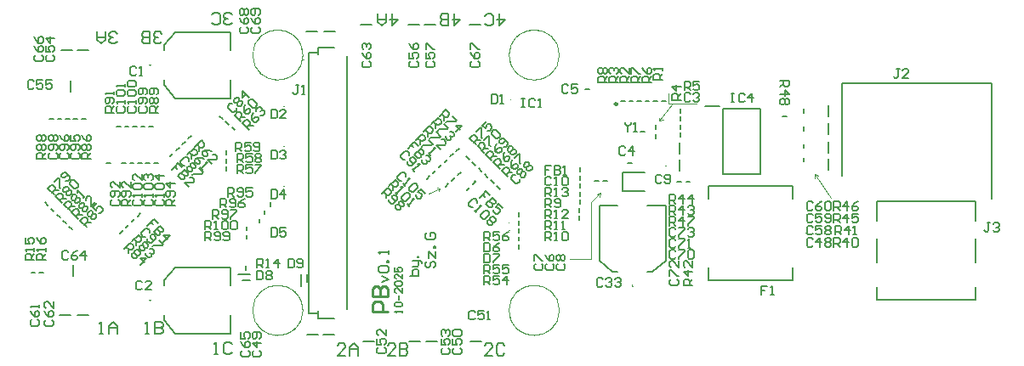
<source format=gto>
G04*
G04 #@! TF.GenerationSoftware,Altium Limited,Altium Designer,25.7.1 (20)*
G04*
G04 Layer_Color=65535*
%FSLAX44Y44*%
%MOMM*%
G71*
G04*
G04 #@! TF.SameCoordinates,66F0D8C6-04CA-480C-B019-D4CA667347D7*
G04*
G04*
G04 #@! TF.FilePolarity,Positive*
G04*
G01*
G75*
%ADD10C,0.1000*%
%ADD11C,0.2000*%
%ADD12C,0.2500*%
%ADD13C,0.0100*%
%ADD14C,0.1270*%
%ADD15C,0.0500*%
%ADD16C,0.1800*%
%ADD17C,0.2540*%
%ADD18C,0.1700*%
%ADD19C,0.1400*%
%ADD20C,0.1500*%
D10*
X876047Y-13749D02*
G03*
X876047Y-12749I0J500D01*
G01*
D02*
G03*
X876047Y-13749I0J-500D01*
G01*
X236642Y-139469D02*
G03*
X237296Y-114078I21854J12141D01*
G01*
X535560Y-115177D02*
G03*
X534906Y-140568I-21854J-12141D01*
G01*
X535560Y139463D02*
G03*
X534906Y114072I-21854J-12141D01*
G01*
X236642Y115181D02*
G03*
X237296Y140572I21854J12141D01*
G01*
X645000Y16751D02*
G03*
X644000Y16751I-500J0D01*
G01*
D02*
G03*
X645000Y16751I500J0D01*
G01*
X490706Y83682D02*
G03*
X490706Y82682I0J-500D01*
G01*
D02*
G03*
X490706Y83682I0J500D01*
G01*
X489178Y-39818D02*
G03*
X488178Y-39818I-500J0D01*
G01*
D02*
G03*
X489178Y-39818I500J0D01*
G01*
X488206Y-47818D02*
G03*
X489206Y-47818I500J0D01*
G01*
D02*
G03*
X488206Y-47818I-500J0D01*
G01*
X283547Y122402D02*
G03*
X284547Y122402I500J0D01*
G01*
D02*
G03*
X283547Y122402I-500J0D01*
G01*
X265054Y76024D02*
G03*
X264054Y76024I-500J0D01*
G01*
D02*
G03*
X265054Y76024I500J0D01*
G01*
X264054Y36024D02*
G03*
X265054Y36024I500J0D01*
G01*
D02*
G03*
X264054Y36024I-500J0D01*
G01*
Y-3976D02*
G03*
X265054Y-3976I500J0D01*
G01*
D02*
G03*
X264054Y-3976I-500J0D01*
G01*
X264054Y-43976D02*
G03*
X265054Y-43976I500J0D01*
G01*
D02*
G03*
X264054Y-43976I-500J0D01*
G01*
X784000Y-50249D02*
G03*
X785000Y-50249I500J0D01*
G01*
D02*
G03*
X784000Y-50249I-500J0D01*
G01*
X408445Y-10557D02*
X419875Y-5477D01*
X417054Y-4894D02*
X419875Y-5477D01*
X418605Y-8017D02*
X419875Y-5477D01*
X418605Y-8017D02*
X419875Y-5477D01*
X647700Y78740D02*
X675640D01*
X647700D02*
Y88900D01*
X792996Y4672D02*
Y8672D01*
X795996Y6672D01*
X792996Y8672D02*
X795996Y6672D01*
X792996Y8672D02*
X808996Y-15328D01*
X575996Y-11328D02*
X579996Y-10328D01*
X578996Y-14328D02*
X579996Y-10328D01*
X578996Y-14328D02*
X579996Y-10328D01*
X569996Y-19328D02*
X579996Y-10328D01*
X569996Y-76328D02*
Y-19328D01*
X567996Y-76328D02*
X569996D01*
X548996D02*
X567996D01*
X637996Y61672D02*
Y64672D01*
Y61672D02*
X641996Y62672D01*
X637996Y61672D02*
X650961Y78173D01*
D11*
X611500Y-103499D02*
G03*
X611500Y-102499I0J500D01*
G01*
D02*
G03*
X611500Y-103499I0J-500D01*
G01*
D02*
G03*
X611500Y-102499I0J500D01*
G01*
X130706Y117322D02*
G03*
X131706Y117322I500J0D01*
G01*
D02*
G03*
X130706Y117322I-500J0D01*
G01*
D02*
G03*
X131706Y117322I500J0D01*
G01*
X130706Y-117328D02*
G03*
X131706Y-117328I500J0D01*
G01*
D02*
G03*
X130706Y-117328I-500J0D01*
G01*
D02*
G03*
X131706Y-117328I500J0D01*
G01*
X854797Y-37749D02*
Y-18399D01*
X953297D01*
Y-37749D02*
Y-18399D01*
X854797Y-79749D02*
Y-55749D01*
X953297Y-79749D02*
Y-55749D01*
X854797Y-117099D02*
Y-103749D01*
Y-117099D02*
X953297D01*
Y-103749D01*
X303916Y-151458D02*
X314916D01*
X287406D02*
X298406D01*
X405911Y-157798D02*
X416911D01*
X389028Y-157812D02*
X400028D01*
X343427D02*
X354427D01*
X286600Y151130D02*
X297600D01*
X449160Y157480D02*
X460160D01*
X404710D02*
X415710D01*
X388200D02*
X399200D01*
X341210D02*
X352210D01*
X304380Y151130D02*
X315380D01*
X54610Y-93130D02*
Y-82130D01*
X52070Y91020D02*
Y102020D01*
X59270Y132080D02*
X70270D01*
X42760D02*
X53760D01*
X41490Y-132080D02*
X52490D01*
X59270D02*
X70270D01*
X449719Y-157812D02*
X460719D01*
X969046Y-15828D02*
Y99172D01*
X820045D02*
X969046D01*
X820045Y7172D02*
Y99172D01*
X806270Y65979D02*
Y76979D01*
X806304Y30024D02*
Y41024D01*
X806297Y13201D02*
Y24201D01*
X658136Y29290D02*
Y40290D01*
X658136Y12290D02*
Y23290D01*
X683554Y76524D02*
X698304D01*
X701804Y9024D02*
Y74024D01*
Y9024D02*
X738804D01*
Y74024D01*
X701804D02*
X738804D01*
X601250Y-8000D02*
X624000D01*
X601250D02*
Y10000D01*
X624000D01*
X578500Y-22499D02*
X596501D01*
X578500Y-77999D02*
Y-22499D01*
Y-77999D02*
X591500Y-88500D01*
X596501D01*
X626500D02*
X631500D01*
X644500Y-77999D01*
Y-22499D01*
X626500D02*
X644500D01*
X289547Y-130098D02*
X298547D01*
X289547D02*
Y129902D01*
X298547D01*
Y-135098D02*
Y-128098D01*
Y-135098D02*
X314297D01*
X327547Y-126098D02*
Y125902D01*
X298547Y134902D02*
X314297D01*
X298547Y127902D02*
Y134902D01*
X211706Y84322D02*
Y102322D01*
X156206Y84322D02*
X211706D01*
X145706Y97322D02*
X156206Y84322D01*
X145706Y97322D02*
Y102322D01*
Y132322D02*
Y137322D01*
X156206Y150322D01*
X211706D01*
Y132322D02*
Y150322D01*
X287706Y-99318D02*
Y-91318D01*
X281706Y-103068D02*
Y-91318D01*
X223000Y-97000D02*
X231000D01*
X219250Y-91000D02*
X231000D01*
X211706Y-102328D02*
Y-84328D01*
X156206D02*
X211706D01*
X145706Y-97328D02*
X156206Y-84328D01*
X145706Y-102328D02*
Y-97328D01*
Y-137328D02*
Y-132328D01*
Y-137328D02*
X156206Y-150328D01*
X211706D01*
Y-132328D01*
X806304Y48024D02*
Y59024D01*
X687000Y-16249D02*
Y-3250D01*
X771000D01*
Y-16249D02*
Y-3250D01*
X687000Y-97249D02*
Y-84249D01*
Y-97249D02*
X771000D01*
Y-84249D01*
D12*
X596416Y78412D02*
G03*
X596416Y78412I-1250J0D01*
G01*
D13*
X283496Y-127328D02*
G03*
X283496Y-127328I-25000J0D01*
G01*
X538706Y-127318D02*
G03*
X538706Y-127318I-25000J0D01*
G01*
X283496Y127322D02*
G03*
X283496Y127322I-25000J0D01*
G01*
X538706D02*
G03*
X538706Y127322I-25000J0D01*
G01*
D14*
X157440Y32067D02*
X160269Y34895D01*
X600102Y80998D02*
X604102D01*
X558729Y-36868D02*
Y-32868D01*
X558706Y-29318D02*
Y-25318D01*
X559000Y-20999D02*
Y-16999D01*
Y-12999D02*
Y-8999D01*
X559001Y3001D02*
Y7001D01*
X559000Y11000D02*
Y15000D01*
X559000Y-4999D02*
Y-999D01*
X406917Y3934D02*
X409746Y6762D01*
X412700Y9426D02*
X415528Y12255D01*
X418518Y15028D02*
X421346Y17856D01*
X430083Y26013D02*
X432912Y28842D01*
X435866Y31506D02*
X438694Y34334D01*
X424301Y20520D02*
X427129Y23349D01*
X437586Y7587D02*
X440415Y10415D01*
X782072Y69510D02*
Y73510D01*
X782123Y51919D02*
Y55919D01*
X782071Y34530D02*
Y38530D01*
X782068Y20928D02*
Y24928D01*
X761000Y66001D02*
X765000D01*
X619768Y51056D02*
X623768D01*
X635031Y53484D02*
Y57484D01*
X635031Y44484D02*
Y48484D01*
X659136Y61790D02*
Y65790D01*
X659136Y53790D02*
Y57790D01*
Y45790D02*
Y49790D01*
X607000Y20001D02*
X611000D01*
X659160Y69739D02*
Y73739D01*
X640602Y80998D02*
X644602D01*
X632102Y80998D02*
X636101D01*
X624101D02*
X628102D01*
X616102Y80998D02*
X620102D01*
X608102D02*
X612102D01*
X564706Y93682D02*
X568706D01*
X655886Y594D02*
X659886D01*
X582000Y2001D02*
X586000D01*
X574000D02*
X578000D01*
X498730Y-33868D02*
Y-29868D01*
X498678Y-41818D02*
Y-37818D01*
X498706Y-49818D02*
Y-45818D01*
X498706Y-57818D02*
Y-53818D01*
X498706Y-65818D02*
Y-61818D01*
X431621Y2028D02*
X434450Y4857D01*
X452586Y-1414D02*
X455415Y1415D01*
X470564Y2454D02*
X473393Y-375D01*
X476562Y-3437D02*
X479390Y-6266D01*
X464459Y8379D02*
X467287Y5550D01*
X458354Y14305D02*
X461182Y11476D01*
X452140Y20265D02*
X454968Y17437D01*
X446143Y26156D02*
X448971Y23327D01*
X425586Y-3747D02*
X428414Y-919D01*
X446586Y-7414D02*
X449414Y-4585D01*
X200640Y66438D02*
X203469Y63610D01*
X206640Y60772D02*
X209468Y57943D01*
X212748Y55069D02*
X215576Y52241D01*
X251021Y-23712D02*
Y-19713D01*
X245369Y-31543D02*
Y-27543D01*
X239718Y-39918D02*
Y-35918D01*
X227168Y-47476D02*
Y-43476D01*
X227054Y-55976D02*
Y-51976D01*
X227000Y-86999D02*
Y-82999D01*
X169393Y44016D02*
X172221Y46844D01*
X207000Y28001D02*
Y32001D01*
Y20001D02*
Y24001D01*
X207000Y12001D02*
X207000Y16001D01*
X163399Y37987D02*
X166227Y40816D01*
X151094Y26165D02*
X153923Y28993D01*
X130054Y56024D02*
X134054D01*
X122054D02*
X126054D01*
X114054D02*
X118054D01*
X106054D02*
X110054D01*
X98054D02*
X102054D01*
X127077Y19803D02*
X131077D01*
X135077D02*
X139077D01*
X119077D02*
X123077D01*
X111077D02*
X115077D01*
X103077D02*
X107077D01*
X88002Y19804D02*
X92002Y19804D01*
X31054Y64024D02*
X35054D01*
X39054D02*
X43054D01*
X55054D02*
X59054D01*
X47054D02*
X51054D01*
X63054D02*
X67054D01*
X26710Y-19745D02*
X29538Y-22573D01*
X32737Y-25754D02*
X35565Y-28582D01*
X38764Y-31763D02*
X41592Y-34592D01*
X44791Y-37772D02*
X47620Y-40600D01*
X101586Y-50414D02*
X104415Y-47585D01*
X50711Y-43745D02*
X53539Y-46574D01*
X13000Y-90000D02*
X17000D01*
X21000Y-89999D02*
X25001D01*
X118640Y-33390D02*
X121468Y-30562D01*
X107282Y-44703D02*
X110111Y-41875D01*
X112943Y-39101D02*
X115772Y-36272D01*
X664886Y594D02*
X668886D01*
D15*
X559000Y11501D02*
Y14500D01*
X413054Y9780D02*
X415175Y11901D01*
X452939Y-1060D02*
X455061Y1061D01*
X151448Y26519D02*
X153569Y28640D01*
X118993Y-33037D02*
X121115Y-30915D01*
D16*
X98530Y140603D02*
X96531Y138604D01*
X92532D01*
X90533Y140603D01*
Y142603D01*
X92532Y144602D01*
X94531D01*
X92532D01*
X90533Y146601D01*
Y148601D01*
X92532Y150600D01*
X96531D01*
X98530Y148601D01*
X86534Y150600D02*
Y142603D01*
X82535Y138604D01*
X78537Y142603D01*
Y150600D01*
Y144602D01*
X86534D01*
X142980Y140603D02*
X140981Y138604D01*
X136982D01*
X134983Y140603D01*
Y142603D01*
X136982Y144602D01*
X138981D01*
X136982D01*
X134983Y146601D01*
Y148601D01*
X136982Y150600D01*
X140981D01*
X142980Y148601D01*
X130984Y138604D02*
Y150600D01*
X124986D01*
X122986Y148601D01*
Y146601D01*
X124986Y144602D01*
X130984D01*
X124986D01*
X122986Y142603D01*
Y140603D01*
X124986Y138604D01*
X130984D01*
X212830Y159653D02*
X210831Y157654D01*
X206832D01*
X204833Y159653D01*
Y161653D01*
X206832Y163652D01*
X208831D01*
X206832D01*
X204833Y165651D01*
Y167651D01*
X206832Y169650D01*
X210831D01*
X212830Y167651D01*
X192836Y159653D02*
X194836Y157654D01*
X198834D01*
X200834Y159653D01*
Y167651D01*
X198834Y169650D01*
X194836D01*
X192836Y167651D01*
X478632Y168348D02*
Y156352D01*
X484630Y162350D01*
X476633D01*
X464637Y158351D02*
X466636Y156352D01*
X470635D01*
X472634Y158351D01*
Y166348D01*
X470635Y168348D01*
X466636D01*
X464637Y166348D01*
X434162Y168380D02*
Y156384D01*
X440160Y162382D01*
X432163D01*
X428164Y156384D02*
Y168380D01*
X422166D01*
X420167Y166381D01*
Y164381D01*
X422166Y162382D01*
X428164D01*
X422166D01*
X420167Y160383D01*
Y158383D01*
X422166Y156384D01*
X428164D01*
X371932Y168380D02*
Y156384D01*
X377930Y162382D01*
X369933D01*
X365934Y168380D02*
Y160383D01*
X361935Y156384D01*
X357937Y160383D01*
Y168380D01*
Y162382D01*
X365934D01*
X326027Y-172190D02*
X318030D01*
X326027Y-164193D01*
Y-162193D01*
X324028Y-160194D01*
X320029D01*
X318030Y-162193D01*
X330026Y-172190D02*
Y-164193D01*
X334025Y-160194D01*
X338023Y-164193D01*
Y-172190D01*
Y-166192D01*
X330026D01*
X375557Y-172190D02*
X367560D01*
X375557Y-164193D01*
Y-162193D01*
X373558Y-160194D01*
X369559D01*
X367560Y-162193D01*
X379556Y-160194D02*
Y-172190D01*
X385554D01*
X387553Y-170191D01*
Y-168191D01*
X385554Y-166192D01*
X379556D01*
X385554D01*
X387553Y-164193D01*
Y-162193D01*
X385554Y-160194D01*
X379556D01*
X472077Y-172190D02*
X464080D01*
X472077Y-164193D01*
Y-162193D01*
X470078Y-160194D01*
X466079D01*
X464080Y-162193D01*
X484073D02*
X482074Y-160194D01*
X478075D01*
X476076Y-162193D01*
Y-170191D01*
X478075Y-172190D01*
X482074D01*
X484073Y-170191D01*
X194840Y-170920D02*
X198839D01*
X196839D01*
Y-158924D01*
X194840Y-160923D01*
X212834D02*
X210835Y-158924D01*
X206836D01*
X204837Y-160923D01*
Y-168921D01*
X206836Y-170920D01*
X210835D01*
X212834Y-168921D01*
X126260Y-150600D02*
X130259D01*
X128259D01*
Y-138604D01*
X126260Y-140603D01*
X136257Y-138604D02*
Y-150600D01*
X142255D01*
X144254Y-148601D01*
Y-146601D01*
X142255Y-144602D01*
X136257D01*
X142255D01*
X144254Y-142603D01*
Y-140603D01*
X142255Y-138604D01*
X136257D01*
X80540Y-150600D02*
X84539D01*
X82539D01*
Y-138604D01*
X80540Y-140603D01*
X90537Y-150600D02*
Y-142603D01*
X94536Y-138604D01*
X98534Y-142603D01*
Y-150600D01*
Y-144602D01*
X90537D01*
X361911Y-99298D02*
X368576Y-95966D01*
X361911Y-92634D01*
X360245Y-89301D02*
X358579Y-87635D01*
Y-84303D01*
X360245Y-82637D01*
X366910D01*
X368576Y-84303D01*
Y-87635D01*
X366910Y-89301D01*
X360245D01*
X368576Y-79305D02*
X366910D01*
Y-77639D01*
X368576D01*
Y-79305D01*
Y-70974D02*
Y-67642D01*
Y-69308D01*
X358579D01*
X360245Y-70974D01*
X407235Y-78224D02*
X405569Y-79890D01*
Y-83222D01*
X407235Y-84888D01*
X408901D01*
X410567Y-83222D01*
Y-79890D01*
X412233Y-78224D01*
X413900D01*
X415566Y-79890D01*
Y-83222D01*
X413900Y-84888D01*
X408901Y-74891D02*
Y-68227D01*
X415566Y-74891D01*
Y-68227D01*
Y-64895D02*
X413900D01*
Y-63228D01*
X415566D01*
Y-64895D01*
X407235Y-49899D02*
X405569Y-51566D01*
Y-54898D01*
X407235Y-56564D01*
X413900D01*
X415566Y-54898D01*
Y-51566D01*
X413900Y-49899D01*
X410567D01*
Y-53232D01*
D17*
X367836Y-128558D02*
X352601D01*
Y-120941D01*
X355140Y-118401D01*
X360218D01*
X362757Y-120941D01*
Y-128558D01*
X352601Y-113323D02*
X367836D01*
Y-105705D01*
X365297Y-103166D01*
X362757D01*
X360218Y-105705D01*
Y-113323D01*
Y-105705D01*
X357679Y-103166D01*
X355140D01*
X352601Y-105705D01*
Y-113323D01*
D18*
X389700Y-92608D02*
X398697D01*
Y-88110D01*
X397197Y-86610D01*
X395698D01*
X394198D01*
X392699Y-88110D01*
Y-92608D01*
Y-83611D02*
X397197D01*
X398697Y-82112D01*
Y-77613D01*
X400196D01*
X401696Y-79113D01*
Y-80612D01*
X398697Y-77613D02*
X392699D01*
X398697Y-74614D02*
X397197D01*
Y-73115D01*
X398697D01*
Y-74614D01*
D19*
X382140Y-129698D02*
Y-127366D01*
Y-128532D01*
X375142D01*
X376309Y-129698D01*
Y-123867D02*
X375142Y-122700D01*
Y-120368D01*
X376309Y-119201D01*
X380974D01*
X382140Y-120368D01*
Y-122700D01*
X380974Y-123867D01*
X376309D01*
X378641Y-116869D02*
Y-112204D01*
X382140Y-105206D02*
Y-109871D01*
X377475Y-105206D01*
X376309D01*
X375142Y-106372D01*
Y-108705D01*
X376309Y-109871D01*
Y-102873D02*
X375142Y-101707D01*
Y-99375D01*
X376309Y-98208D01*
X380974D01*
X382140Y-99375D01*
Y-101707D01*
X380974Y-102873D01*
X376309D01*
X382140Y-91210D02*
Y-95876D01*
X377475Y-91210D01*
X376309D01*
X375142Y-92377D01*
Y-94709D01*
X376309Y-95876D01*
X375142Y-84213D02*
Y-88878D01*
X378641D01*
X377475Y-86545D01*
Y-85379D01*
X378641Y-84213D01*
X380974D01*
X382140Y-85379D01*
Y-87712D01*
X380974Y-88878D01*
D20*
X343711Y121002D02*
X342211Y119502D01*
Y116503D01*
X343711Y115004D01*
X349709D01*
X351208Y116503D01*
Y119502D01*
X349709Y121002D01*
X342211Y129999D02*
X343711Y127000D01*
X346710Y124001D01*
X349709D01*
X351208Y125500D01*
Y128499D01*
X349709Y129999D01*
X348209D01*
X346710Y128499D01*
Y124001D01*
X343711Y132998D02*
X342211Y134498D01*
Y137497D01*
X343711Y138996D01*
X345210D01*
X346710Y137497D01*
Y135997D01*
Y137497D01*
X348209Y138996D01*
X349709D01*
X351208Y137497D01*
Y134498D01*
X349709Y132998D01*
X233221Y155292D02*
X231721Y153792D01*
Y150793D01*
X233221Y149294D01*
X239219D01*
X240718Y150793D01*
Y153792D01*
X239219Y155292D01*
X231721Y164289D02*
X233221Y161290D01*
X236220Y158291D01*
X239219D01*
X240718Y159790D01*
Y162789D01*
X239219Y164289D01*
X237719D01*
X236220Y162789D01*
Y158291D01*
X239219Y167288D02*
X240718Y168788D01*
Y171787D01*
X239219Y173286D01*
X233221D01*
X231721Y171787D01*
Y168788D01*
X233221Y167288D01*
X234720D01*
X236220Y168788D01*
Y173286D01*
X221791Y155292D02*
X220292Y153792D01*
Y150793D01*
X221791Y149294D01*
X227789D01*
X229289Y150793D01*
Y153792D01*
X227789Y155292D01*
X220292Y164289D02*
X221791Y161290D01*
X224790Y158291D01*
X227789D01*
X229289Y159790D01*
Y162789D01*
X227789Y164289D01*
X226290D01*
X224790Y162789D01*
Y158291D01*
X221791Y167288D02*
X220292Y168788D01*
Y171787D01*
X221791Y173286D01*
X223291D01*
X224790Y171787D01*
X226290Y173286D01*
X227789D01*
X229289Y171787D01*
Y168788D01*
X227789Y167288D01*
X226290D01*
X224790Y168788D01*
X223291Y167288D01*
X221791D01*
X224790Y168788D02*
Y171787D01*
X451661Y121002D02*
X450162Y119502D01*
Y116503D01*
X451661Y115004D01*
X457659D01*
X459159Y116503D01*
Y119502D01*
X457659Y121002D01*
X450162Y129999D02*
X451661Y127000D01*
X454660Y124001D01*
X457659D01*
X459159Y125500D01*
Y128499D01*
X457659Y129999D01*
X456160D01*
X454660Y128499D01*
Y124001D01*
X450162Y132998D02*
Y138996D01*
X451661D01*
X457659Y132998D01*
X459159D01*
X407211Y121002D02*
X405712Y119502D01*
Y116503D01*
X407211Y115004D01*
X413209D01*
X414709Y116503D01*
Y119502D01*
X413209Y121002D01*
X405712Y129999D02*
Y124001D01*
X410210D01*
X408711Y127000D01*
Y128499D01*
X410210Y129999D01*
X413209D01*
X414709Y128499D01*
Y125500D01*
X413209Y124001D01*
X405712Y132998D02*
Y138996D01*
X407211D01*
X413209Y132998D01*
X414709D01*
X390701Y121002D02*
X389202Y119502D01*
Y116503D01*
X390701Y115004D01*
X396699D01*
X398199Y116503D01*
Y119502D01*
X396699Y121002D01*
X389202Y129999D02*
Y124001D01*
X393700D01*
X392201Y127000D01*
Y128499D01*
X393700Y129999D01*
X396699D01*
X398199Y128499D01*
Y125500D01*
X396699Y124001D01*
X389202Y138996D02*
X390701Y135997D01*
X393700Y132998D01*
X396699D01*
X398199Y134498D01*
Y137497D01*
X396699Y138996D01*
X395200D01*
X393700Y137497D01*
Y132998D01*
X17321Y127352D02*
X15821Y125852D01*
Y122853D01*
X17321Y121354D01*
X23319D01*
X24818Y122853D01*
Y125852D01*
X23319Y127352D01*
X15821Y136349D02*
X17321Y133350D01*
X20320Y130351D01*
X23319D01*
X24818Y131851D01*
Y134850D01*
X23319Y136349D01*
X21820D01*
X20320Y134850D01*
Y130351D01*
X15821Y145346D02*
X17321Y142347D01*
X20320Y139348D01*
X23319D01*
X24818Y140848D01*
Y143847D01*
X23319Y145346D01*
X21820D01*
X20320Y143847D01*
Y139348D01*
X15592Y100789D02*
X14092Y102289D01*
X11093D01*
X9594Y100789D01*
Y94791D01*
X11093Y93292D01*
X14092D01*
X15592Y94791D01*
X24589Y102289D02*
X18591D01*
Y97790D01*
X21590Y99290D01*
X23089D01*
X24589Y97790D01*
Y94791D01*
X23089Y93292D01*
X20090D01*
X18591Y94791D01*
X33586Y102289D02*
X27588D01*
Y97790D01*
X30587Y99290D01*
X32087D01*
X33586Y97790D01*
Y94791D01*
X32087Y93292D01*
X29088D01*
X27588Y94791D01*
X28751Y127352D02*
X27252Y125852D01*
Y122853D01*
X28751Y121354D01*
X34749D01*
X36249Y122853D01*
Y125852D01*
X34749Y127352D01*
X27252Y136349D02*
Y130351D01*
X31750D01*
X30250Y133350D01*
Y134850D01*
X31750Y136349D01*
X34749D01*
X36249Y134850D01*
Y131851D01*
X34749Y130351D01*
X36249Y143847D02*
X27252D01*
X31750Y139348D01*
Y145346D01*
X223061Y-167288D02*
X221562Y-168788D01*
Y-171787D01*
X223061Y-173286D01*
X229059D01*
X230558Y-171787D01*
Y-168788D01*
X229059Y-167288D01*
X221562Y-158291D02*
X223061Y-161290D01*
X226060Y-164289D01*
X229059D01*
X230558Y-162789D01*
Y-159790D01*
X229059Y-158291D01*
X227560D01*
X226060Y-159790D01*
Y-164289D01*
X221562Y-149294D02*
Y-155292D01*
X226060D01*
X224561Y-152293D01*
Y-150793D01*
X226060Y-149294D01*
X229059D01*
X230558Y-150793D01*
Y-153792D01*
X229059Y-155292D01*
X49882Y-69391D02*
X48382Y-67892D01*
X45383D01*
X43884Y-69391D01*
Y-75389D01*
X45383Y-76888D01*
X48382D01*
X49882Y-75389D01*
X58879Y-67892D02*
X55880Y-69391D01*
X52881Y-72390D01*
Y-75389D01*
X54380Y-76888D01*
X57379D01*
X58879Y-75389D01*
Y-73889D01*
X57379Y-72390D01*
X52881D01*
X66377Y-76888D02*
Y-67892D01*
X61878Y-72390D01*
X67876D01*
X27481Y-136808D02*
X25982Y-138308D01*
Y-141307D01*
X27481Y-142806D01*
X33479D01*
X34978Y-141307D01*
Y-138308D01*
X33479Y-136808D01*
X25982Y-127811D02*
X27481Y-130810D01*
X30480Y-133809D01*
X33479D01*
X34978Y-132310D01*
Y-129311D01*
X33479Y-127811D01*
X31979D01*
X30480Y-129311D01*
Y-133809D01*
X34978Y-118814D02*
Y-124812D01*
X28981Y-118814D01*
X27481D01*
X25982Y-120313D01*
Y-123312D01*
X27481Y-124812D01*
X13511Y-136579D02*
X12011Y-138078D01*
Y-141077D01*
X13511Y-142577D01*
X19509D01*
X21009Y-141077D01*
Y-138078D01*
X19509Y-136579D01*
X12011Y-127582D02*
X13511Y-130581D01*
X16510Y-133580D01*
X19509D01*
X21009Y-132080D01*
Y-129081D01*
X19509Y-127582D01*
X18010D01*
X16510Y-129081D01*
Y-133580D01*
X21009Y-124582D02*
Y-121583D01*
Y-123083D01*
X12011D01*
X13511Y-124582D01*
X422451Y-164748D02*
X420951Y-166248D01*
Y-169247D01*
X422451Y-170746D01*
X428449D01*
X429949Y-169247D01*
Y-166248D01*
X428449Y-164748D01*
X420951Y-155751D02*
Y-161749D01*
X425450D01*
X423951Y-158750D01*
Y-157250D01*
X425450Y-155751D01*
X428449D01*
X429949Y-157250D01*
Y-160250D01*
X428449Y-161749D01*
X422451Y-152752D02*
X420951Y-151252D01*
Y-148253D01*
X422451Y-146754D01*
X423951D01*
X425450Y-148253D01*
Y-149753D01*
Y-148253D01*
X426950Y-146754D01*
X428449D01*
X429949Y-148253D01*
Y-151252D01*
X428449Y-152752D01*
X358516Y-164415D02*
X357016Y-165915D01*
Y-168914D01*
X358516Y-170413D01*
X364514D01*
X366013Y-168914D01*
Y-165915D01*
X364514Y-164415D01*
X357016Y-155418D02*
Y-161416D01*
X361515D01*
X360015Y-158417D01*
Y-156917D01*
X361515Y-155418D01*
X364514D01*
X366013Y-156917D01*
Y-159917D01*
X364514Y-161416D01*
X366013Y-146421D02*
Y-152419D01*
X360015Y-146421D01*
X358516D01*
X357016Y-147921D01*
Y-150920D01*
X358516Y-152419D01*
X454774Y-129094D02*
X453274Y-127595D01*
X450275D01*
X448776Y-129094D01*
Y-135093D01*
X450275Y-136592D01*
X453274D01*
X454774Y-135093D01*
X463771Y-127595D02*
X457773D01*
Y-132094D01*
X460772Y-130594D01*
X462271D01*
X463771Y-132094D01*
Y-135093D01*
X462271Y-136592D01*
X459272D01*
X457773Y-135093D01*
X466770Y-136592D02*
X469769D01*
X468269D01*
Y-127595D01*
X466770Y-129094D01*
X433881Y-164748D02*
X432382Y-166248D01*
Y-169247D01*
X433881Y-170746D01*
X439879D01*
X441379Y-169247D01*
Y-166248D01*
X439879Y-164748D01*
X432382Y-155751D02*
Y-161749D01*
X436880D01*
X435381Y-158750D01*
Y-157250D01*
X436880Y-155751D01*
X439879D01*
X441379Y-157250D01*
Y-160250D01*
X439879Y-161749D01*
X433881Y-152752D02*
X432382Y-151252D01*
Y-148253D01*
X433881Y-146754D01*
X439879D01*
X441379Y-148253D01*
Y-151252D01*
X439879Y-152752D01*
X433881D01*
X234491Y-167288D02*
X232992Y-168788D01*
Y-171787D01*
X234491Y-173286D01*
X240489D01*
X241989Y-171787D01*
Y-168788D01*
X240489Y-167288D01*
X241989Y-159790D02*
X232992D01*
X237490Y-164289D01*
Y-158291D01*
X240489Y-155292D02*
X241989Y-153792D01*
Y-150793D01*
X240489Y-149294D01*
X234491D01*
X232992Y-150793D01*
Y-153792D01*
X234491Y-155292D01*
X235991D01*
X237490Y-153792D01*
Y-149294D01*
X155902Y-23082D02*
X146904D01*
Y-18584D01*
X148404Y-17084D01*
X151403D01*
X152903Y-18584D01*
Y-23082D01*
Y-20083D02*
X155902Y-17084D01*
X154402Y-14085D02*
X155902Y-12586D01*
Y-9587D01*
X154402Y-8087D01*
X148404D01*
X146904Y-9587D01*
Y-12586D01*
X148404Y-14085D01*
X149904D01*
X151403Y-12586D01*
Y-8087D01*
X155902Y-590D02*
X146904D01*
X151403Y-5088D01*
Y910D01*
X111902Y-23082D02*
X102905D01*
Y-18584D01*
X104404Y-17084D01*
X107403D01*
X108903Y-18584D01*
Y-23082D01*
Y-20083D02*
X111902Y-17084D01*
X110402Y-14085D02*
X111902Y-12586D01*
Y-9587D01*
X110402Y-8087D01*
X104404D01*
X102905Y-9587D01*
Y-12586D01*
X104404Y-14085D01*
X105904D01*
X107403Y-12586D01*
Y-8087D01*
X111902Y910D02*
Y-5088D01*
X105904Y910D01*
X104404D01*
X102905Y-590D01*
Y-3589D01*
X104404Y-5088D01*
X95494Y69927D02*
X86497D01*
Y74426D01*
X87997Y75925D01*
X90996D01*
X92495Y74426D01*
Y69927D01*
Y72926D02*
X95494Y75925D01*
X93995Y78924D02*
X95494Y80424D01*
Y83423D01*
X93995Y84922D01*
X87997D01*
X86497Y83423D01*
Y80424D01*
X87997Y78924D01*
X89496D01*
X90996Y80424D01*
Y84922D01*
X95494Y87921D02*
Y90920D01*
Y89421D01*
X86497D01*
X87997Y87921D01*
X139494Y69927D02*
X130497D01*
Y74426D01*
X131997Y75925D01*
X134996D01*
X136495Y74426D01*
Y69927D01*
Y72926D02*
X139494Y75925D01*
X131997Y78924D02*
X130497Y80424D01*
Y83423D01*
X131997Y84922D01*
X133496D01*
X134996Y83423D01*
X136495Y84922D01*
X137995D01*
X139494Y83423D01*
Y80424D01*
X137995Y78924D01*
X136495D01*
X134996Y80424D01*
X133496Y78924D01*
X131997D01*
X134996Y80424D02*
Y83423D01*
X137995Y87921D02*
X139494Y89421D01*
Y92420D01*
X137995Y93919D01*
X131997D01*
X130497Y92420D01*
Y89421D01*
X131997Y87921D01*
X133496D01*
X134996Y89421D01*
Y93919D01*
X27494Y23426D02*
X18497D01*
Y27925D01*
X19997Y29425D01*
X22996D01*
X24495Y27925D01*
Y23426D01*
Y26425D02*
X27494Y29425D01*
X19997Y32424D02*
X18497Y33923D01*
Y36922D01*
X19997Y38422D01*
X21496D01*
X22996Y36922D01*
X24495Y38422D01*
X25995D01*
X27494Y36922D01*
Y33923D01*
X25995Y32424D01*
X24495D01*
X22996Y33923D01*
X21496Y32424D01*
X19997D01*
X22996Y33923D02*
Y36922D01*
X19997Y41421D02*
X18497Y42920D01*
Y45919D01*
X19997Y47419D01*
X21496D01*
X22996Y45919D01*
X24495Y47419D01*
X25995D01*
X27494Y45919D01*
Y42920D01*
X25995Y41421D01*
X24495D01*
X22996Y42920D01*
X21496Y41421D01*
X19997D01*
X22996Y42920D02*
Y45919D01*
X72494Y23426D02*
X63497D01*
Y27925D01*
X64997Y29425D01*
X67996D01*
X69495Y27925D01*
Y23426D01*
Y26425D02*
X72494Y29425D01*
X64997Y32424D02*
X63497Y33923D01*
Y36922D01*
X64997Y38422D01*
X66496D01*
X67996Y36922D01*
X69495Y38422D01*
X70995D01*
X72494Y36922D01*
Y33923D01*
X70995Y32424D01*
X69495D01*
X67996Y33923D01*
X66496Y32424D01*
X64997D01*
X67996Y33923D02*
Y36922D01*
X63497Y47419D02*
X64997Y44420D01*
X67996Y41421D01*
X70995D01*
X72494Y42920D01*
Y45919D01*
X70995Y47419D01*
X69495D01*
X67996Y45919D01*
Y41421D01*
X137404Y-17084D02*
X135905Y-18584D01*
Y-21583D01*
X137404Y-23082D01*
X143402D01*
X144902Y-21583D01*
Y-18584D01*
X143402Y-17084D01*
X144902Y-14085D02*
Y-11086D01*
Y-12586D01*
X135905D01*
X137404Y-14085D01*
Y-6588D02*
X135905Y-5088D01*
Y-2089D01*
X137404Y-590D01*
X143402D01*
X144902Y-2089D01*
Y-5088D01*
X143402Y-6588D01*
X137404D01*
X144902Y6908D02*
X135905D01*
X140403Y2409D01*
Y8407D01*
X126404Y-17084D02*
X124905Y-18584D01*
Y-21583D01*
X126404Y-23082D01*
X132402D01*
X133902Y-21583D01*
Y-18584D01*
X132402Y-17084D01*
X133902Y-14085D02*
Y-11086D01*
Y-12586D01*
X124905D01*
X126404Y-14085D01*
Y-6588D02*
X124905Y-5088D01*
Y-2089D01*
X126404Y-590D01*
X132402D01*
X133902Y-2089D01*
Y-5088D01*
X132402Y-6588D01*
X126404D01*
Y2409D02*
X124905Y3909D01*
Y6908D01*
X126404Y8407D01*
X127904D01*
X129403Y6908D01*
Y5408D01*
Y6908D01*
X130903Y8407D01*
X132402D01*
X133902Y6908D01*
Y3909D01*
X132402Y2409D01*
X115404Y-17084D02*
X113904Y-18584D01*
Y-21583D01*
X115404Y-23082D01*
X121402D01*
X122902Y-21583D01*
Y-18584D01*
X121402Y-17084D01*
X122902Y-14085D02*
Y-11086D01*
Y-12586D01*
X113904D01*
X115404Y-14085D01*
Y-6588D02*
X113904Y-5088D01*
Y-2089D01*
X115404Y-590D01*
X121402D01*
X122902Y-2089D01*
Y-5088D01*
X121402Y-6588D01*
X115404D01*
X122902Y8407D02*
Y2409D01*
X116904Y8407D01*
X115404D01*
X113904Y6908D01*
Y3909D01*
X115404Y2409D01*
X98997Y75925D02*
X97497Y74426D01*
Y71427D01*
X98997Y69927D01*
X104995D01*
X106494Y71427D01*
Y74426D01*
X104995Y75925D01*
X106494Y78924D02*
Y81923D01*
Y80424D01*
X97497D01*
X98997Y78924D01*
Y86422D02*
X97497Y87921D01*
Y90920D01*
X98997Y92420D01*
X104995D01*
X106494Y90920D01*
Y87921D01*
X104995Y86422D01*
X98997D01*
X106494Y95419D02*
Y98418D01*
Y96918D01*
X97497D01*
X98997Y95419D01*
X109997Y75925D02*
X108497Y74426D01*
Y71427D01*
X109997Y69927D01*
X115995D01*
X117494Y71427D01*
Y74426D01*
X115995Y75925D01*
X117494Y78924D02*
Y81923D01*
Y80424D01*
X108497D01*
X109997Y78924D01*
Y86422D02*
X108497Y87921D01*
Y90920D01*
X109997Y92420D01*
X115995D01*
X117494Y90920D01*
Y87921D01*
X115995Y86422D01*
X109997D01*
Y95419D02*
X108497Y96918D01*
Y99917D01*
X109997Y101417D01*
X115995D01*
X117494Y99917D01*
Y96918D01*
X115995Y95419D01*
X109997D01*
X120997Y75925D02*
X119497Y74426D01*
Y71427D01*
X120997Y69927D01*
X126995D01*
X128494Y71427D01*
Y74426D01*
X126995Y75925D01*
Y78924D02*
X128494Y80424D01*
Y83423D01*
X126995Y84922D01*
X120997D01*
X119497Y83423D01*
Y80424D01*
X120997Y78924D01*
X122496D01*
X123996Y80424D01*
Y84922D01*
X126995Y87921D02*
X128494Y89421D01*
Y92420D01*
X126995Y93919D01*
X120997D01*
X119497Y92420D01*
Y89421D01*
X120997Y87921D01*
X122496D01*
X123996Y89421D01*
Y93919D01*
X31997Y29425D02*
X30497Y27925D01*
Y24926D01*
X31997Y23426D01*
X37995D01*
X39494Y24926D01*
Y27925D01*
X37995Y29425D01*
Y32424D02*
X39494Y33923D01*
Y36922D01*
X37995Y38422D01*
X31997D01*
X30497Y36922D01*
Y33923D01*
X31997Y32424D01*
X33496D01*
X34996Y33923D01*
Y38422D01*
X31997Y41421D02*
X30497Y42920D01*
Y45919D01*
X31997Y47419D01*
X33496D01*
X34996Y45919D01*
X36495Y47419D01*
X37995D01*
X39494Y45919D01*
Y42920D01*
X37995Y41421D01*
X36495D01*
X34996Y42920D01*
X33496Y41421D01*
X31997D01*
X34996Y42920D02*
Y45919D01*
X42997Y29425D02*
X41497Y27925D01*
Y24926D01*
X42997Y23426D01*
X48995D01*
X50494Y24926D01*
Y27925D01*
X48995Y29425D01*
Y32424D02*
X50494Y33923D01*
Y36922D01*
X48995Y38422D01*
X42997D01*
X41497Y36922D01*
Y33923D01*
X42997Y32424D01*
X44496D01*
X45996Y33923D01*
Y38422D01*
X41497Y47419D02*
X42997Y44420D01*
X45996Y41421D01*
X48995D01*
X50494Y42920D01*
Y45919D01*
X48995Y47419D01*
X47495D01*
X45996Y45919D01*
Y41421D01*
X53997Y29425D02*
X52497Y27925D01*
Y24926D01*
X53997Y23426D01*
X59995D01*
X61494Y24926D01*
Y27925D01*
X59995Y29425D01*
Y32424D02*
X61494Y33923D01*
Y36922D01*
X59995Y38422D01*
X53997D01*
X52497Y36922D01*
Y33923D01*
X53997Y32424D01*
X55496D01*
X56996Y33923D01*
Y38422D01*
X52497Y47419D02*
Y41421D01*
X56996D01*
X55496Y44420D01*
Y45919D01*
X56996Y47419D01*
X59995D01*
X61494Y45919D01*
Y42920D01*
X59995Y41421D01*
X251582Y-45031D02*
Y-54029D01*
X256081D01*
X257581Y-52529D01*
Y-46531D01*
X256081Y-45031D01*
X251582D01*
X266578D02*
X260579D01*
Y-49530D01*
X263578Y-48031D01*
X265078D01*
X266578Y-49530D01*
Y-52529D01*
X265078Y-54029D01*
X262079D01*
X260579Y-52529D01*
X251582Y-6931D02*
Y-15928D01*
X256081D01*
X257581Y-14429D01*
Y-8431D01*
X256081Y-6931D01*
X251582D01*
X265078Y-15928D02*
Y-6931D01*
X260579Y-11430D01*
X266578D01*
X251582Y73078D02*
Y64082D01*
X256081D01*
X257581Y65581D01*
Y71579D01*
X256081Y73078D01*
X251582D01*
X266578Y64082D02*
X260579D01*
X266578Y70079D01*
Y71579D01*
X265078Y73078D01*
X262079D01*
X260579Y71579D01*
X251582Y32438D02*
Y23442D01*
X256081D01*
X257581Y24941D01*
Y30939D01*
X256081Y32438D01*
X251582D01*
X260579Y30939D02*
X262079Y32438D01*
X265078D01*
X266578Y30939D01*
Y29439D01*
X265078Y27940D01*
X263578D01*
X265078D01*
X266578Y26440D01*
Y24941D01*
X265078Y23442D01*
X262079D01*
X260579Y24941D01*
X470998Y88170D02*
Y79173D01*
X475496D01*
X476996Y80673D01*
Y86671D01*
X475496Y88170D01*
X470998D01*
X479995Y79173D02*
X482994D01*
X481494D01*
Y88170D01*
X479995Y86671D01*
X369016Y-3268D02*
X375378Y3094D01*
X378559Y-87D01*
Y-2208D01*
X376438Y-4328D01*
X374318D01*
X371137Y-1147D01*
X373257Y-3268D02*
Y-7509D01*
X375378Y-9630D02*
X377499Y-11751D01*
X376438Y-10690D01*
X382800Y-4328D01*
X380680D01*
X385981Y-9630D02*
X388102D01*
X390222Y-11751D01*
Y-13871D01*
X385981Y-18112D01*
X383861D01*
X381740Y-15992D01*
Y-13871D01*
X385981Y-9630D01*
X387041Y-21293D02*
X389162Y-23414D01*
X388102Y-22354D01*
X394464Y-15992D01*
X392343D01*
X186251Y-46827D02*
Y-37830D01*
X190749D01*
X192249Y-39329D01*
Y-42328D01*
X190749Y-43828D01*
X186251D01*
X189250D02*
X192249Y-46827D01*
X195248D02*
X198247D01*
X196747D01*
Y-37830D01*
X195248Y-39329D01*
X202745D02*
X204245Y-37830D01*
X207244D01*
X208743Y-39329D01*
Y-45327D01*
X207244Y-46827D01*
X204245D01*
X202745Y-45327D01*
Y-39329D01*
X211743D02*
X213242Y-37830D01*
X216241D01*
X217741Y-39329D01*
Y-45327D01*
X216241Y-46827D01*
X213242D01*
X211743Y-45327D01*
Y-39329D01*
X186124Y-57839D02*
Y-48842D01*
X190622D01*
X192122Y-50341D01*
Y-53340D01*
X190622Y-54840D01*
X186124D01*
X189123D02*
X192122Y-57839D01*
X195121Y-56339D02*
X196621Y-57839D01*
X199620D01*
X201119Y-56339D01*
Y-50341D01*
X199620Y-48842D01*
X196621D01*
X195121Y-50341D01*
Y-51841D01*
X196621Y-53340D01*
X201119D01*
X204118Y-56339D02*
X205618Y-57839D01*
X208617D01*
X210116Y-56339D01*
Y-50341D01*
X208617Y-48842D01*
X205618D01*
X204118Y-50341D01*
Y-51841D01*
X205618Y-53340D01*
X210116D01*
X361716Y-11208D02*
X368078Y-4846D01*
X371259Y-8027D01*
Y-10148D01*
X369139Y-12269D01*
X367018D01*
X363837Y-9088D01*
X365958Y-11208D02*
Y-15450D01*
X369139Y-16510D02*
Y-18631D01*
X371259Y-20751D01*
X373380D01*
X377621Y-16510D01*
Y-14389D01*
X375501Y-12269D01*
X373380D01*
X372320Y-13329D01*
Y-15450D01*
X375501Y-18631D01*
X379742D02*
X381862D01*
X383983Y-20751D01*
Y-22872D01*
X382923Y-23932D01*
X380802D01*
Y-26053D01*
X379742Y-27113D01*
X377621D01*
X375501Y-24993D01*
Y-22872D01*
X376561Y-21812D01*
X378682D01*
Y-19691D01*
X379742Y-18631D01*
X378682Y-21812D02*
X380802Y-23932D01*
X193478Y-35965D02*
Y-26968D01*
X197977D01*
X199476Y-28468D01*
Y-31467D01*
X197977Y-32966D01*
X193478D01*
X196477D02*
X199476Y-35965D01*
X202475Y-34466D02*
X203975Y-35965D01*
X206974D01*
X208473Y-34466D01*
Y-28468D01*
X206974Y-26968D01*
X203975D01*
X202475Y-28468D01*
Y-29967D01*
X203975Y-31467D01*
X208473D01*
X211472Y-26968D02*
X217470D01*
Y-28468D01*
X211472Y-34466D01*
Y-35965D01*
X201364Y-24818D02*
Y-15821D01*
X205862D01*
X207362Y-17321D01*
Y-20320D01*
X205862Y-21820D01*
X201364D01*
X204363D02*
X207362Y-24818D01*
X210361Y-23319D02*
X211861Y-24818D01*
X214860D01*
X216359Y-23319D01*
Y-17321D01*
X214860Y-15821D01*
X211861D01*
X210361Y-17321D01*
Y-18821D01*
X211861Y-20320D01*
X216359D01*
X225356Y-15821D02*
X222357Y-17321D01*
X219358Y-20320D01*
Y-23319D01*
X220858Y-24818D01*
X223857D01*
X225356Y-23319D01*
Y-21820D01*
X223857Y-20320D01*
X219358D01*
X208951Y-14070D02*
Y-5073D01*
X213449D01*
X214949Y-6573D01*
Y-9572D01*
X213449Y-11071D01*
X208951D01*
X211950D02*
X214949Y-14070D01*
X217948Y-12571D02*
X219447Y-14070D01*
X222446D01*
X223946Y-12571D01*
Y-6573D01*
X222446Y-5073D01*
X219447D01*
X217948Y-6573D01*
Y-8072D01*
X219447Y-9572D01*
X223946D01*
X232943Y-5073D02*
X226945D01*
Y-9572D01*
X229944Y-8072D01*
X231443D01*
X232943Y-9572D01*
Y-12571D01*
X231443Y-14070D01*
X228444D01*
X226945Y-12571D01*
X68095Y-43924D02*
X61733Y-37562D01*
X64914Y-34381D01*
X67034D01*
X69155Y-36501D01*
Y-38622D01*
X65974Y-41803D01*
X68095Y-39682D02*
X72336D01*
X69155Y-32260D02*
Y-30139D01*
X71275Y-28019D01*
X73396D01*
X74456Y-29079D01*
Y-31200D01*
X76577D01*
X77637Y-32260D01*
Y-34381D01*
X75517Y-36501D01*
X73396D01*
X72336Y-35441D01*
Y-33320D01*
X70215D01*
X69155Y-32260D01*
X72336Y-33320D02*
X74456Y-31200D01*
X78698Y-20596D02*
X74456Y-24838D01*
X77637Y-28019D01*
X78698Y-24838D01*
X79758Y-23777D01*
X81879D01*
X83999Y-25898D01*
Y-28019D01*
X81879Y-30139D01*
X79758D01*
X105332Y-66027D02*
X111694Y-59665D01*
X114875Y-62846D01*
Y-64966D01*
X112754Y-67087D01*
X110634D01*
X107453Y-63906D01*
X109573Y-66027D02*
Y-70268D01*
X116996Y-67087D02*
X119116D01*
X121237Y-69208D01*
Y-71328D01*
X120177Y-72389D01*
X118056D01*
Y-74509D01*
X116996Y-75569D01*
X114875D01*
X112754Y-73449D01*
Y-71328D01*
X113815Y-70268D01*
X115935D01*
Y-68147D01*
X116996Y-67087D01*
X115935Y-70268D02*
X118056Y-72389D01*
X121237Y-81931D02*
X127599Y-75569D01*
X121237D01*
X125478Y-79811D01*
X113240Y-58453D02*
X119602Y-52091D01*
X122783Y-55272D01*
Y-57392D01*
X120662Y-59513D01*
X118542D01*
X115361Y-56332D01*
X117481Y-58453D02*
Y-62694D01*
X124904Y-59513D02*
X127024D01*
X129145Y-61634D01*
Y-63754D01*
X128085Y-64815D01*
X125964D01*
Y-66935D01*
X124904Y-67996D01*
X122783D01*
X120662Y-65875D01*
Y-63754D01*
X121723Y-62694D01*
X123843D01*
Y-60573D01*
X124904Y-59513D01*
X123843Y-62694D02*
X125964Y-64815D01*
X131265Y-65875D02*
X133386D01*
X135507Y-67996D01*
Y-70116D01*
X134446Y-71176D01*
X132326D01*
X131265Y-70116D01*
X132326Y-71176D01*
Y-73297D01*
X131265Y-74357D01*
X129145D01*
X127024Y-72237D01*
Y-70116D01*
X59694Y-35992D02*
X53332Y-29630D01*
X56513Y-26449D01*
X58634D01*
X60754Y-28569D01*
Y-30690D01*
X57573Y-33871D01*
X59694Y-31750D02*
X63935D01*
X60754Y-24328D02*
Y-22208D01*
X62875Y-20087D01*
X64996D01*
X66056Y-21147D01*
Y-23268D01*
X68177D01*
X69237Y-24328D01*
Y-26449D01*
X67116Y-28569D01*
X64996D01*
X63935Y-27509D01*
Y-25388D01*
X61815D01*
X60754Y-24328D01*
X63935Y-25388D02*
X66056Y-23268D01*
X76659Y-19026D02*
X72418Y-23268D01*
Y-14785D01*
X71358Y-13725D01*
X69237D01*
X67116Y-15846D01*
Y-17966D01*
X51850Y-27948D02*
X45488Y-21586D01*
X48669Y-18405D01*
X50790D01*
X52910Y-20526D01*
Y-22647D01*
X49729Y-25827D01*
X51850Y-23707D02*
X56091D01*
X52910Y-16285D02*
Y-14164D01*
X55031Y-12043D01*
X57152D01*
X58212Y-13104D01*
Y-15224D01*
X60333D01*
X61393Y-16285D01*
Y-18405D01*
X59272Y-20526D01*
X57152D01*
X56091Y-19466D01*
Y-17345D01*
X53971D01*
X52910Y-16285D01*
X56091Y-17345D02*
X58212Y-15224D01*
X64574D02*
X66694Y-13104D01*
X65634Y-14164D01*
X59272Y-7802D01*
Y-9923D01*
X43694Y-19992D02*
X37332Y-13630D01*
X40513Y-10449D01*
X42634D01*
X44755Y-12569D01*
Y-14690D01*
X41574Y-17871D01*
X43694Y-15750D02*
X47935D01*
X44755Y-8328D02*
Y-6208D01*
X46875Y-4087D01*
X48996D01*
X50056Y-5147D01*
Y-7268D01*
X52177D01*
X53237Y-8328D01*
Y-10449D01*
X51116Y-12569D01*
X48996D01*
X47935Y-11509D01*
Y-9388D01*
X45815D01*
X44755Y-8328D01*
X47935Y-9388D02*
X50056Y-7268D01*
X51116Y-1966D02*
Y154D01*
X53237Y2275D01*
X55358D01*
X59599Y-1966D01*
Y-4087D01*
X57478Y-6208D01*
X55358D01*
X51116Y-1966D01*
X35694Y-11992D02*
X29332Y-5630D01*
X32513Y-2449D01*
X34634D01*
X36755Y-4569D01*
Y-6690D01*
X33574Y-9871D01*
X35694Y-7750D02*
X39935D01*
X35694Y732D02*
X39935Y4974D01*
X40996Y3913D01*
Y-4569D01*
X42056Y-5630D01*
X47358Y1793D02*
X49478D01*
X51599Y3913D01*
Y6034D01*
X47358Y10275D01*
X45237D01*
X43116Y8154D01*
Y6034D01*
X44177Y4974D01*
X46297D01*
X49478Y8154D01*
X455694Y38008D02*
X449332Y44370D01*
X452513Y47551D01*
X454634D01*
X456754Y45431D01*
Y43310D01*
X453573Y40129D01*
X455694Y42250D02*
X459935D01*
X455694Y50732D02*
X459935Y54974D01*
X460996Y53913D01*
Y45431D01*
X462056Y44370D01*
X466297Y61335D02*
X462056Y57094D01*
X465237Y53913D01*
X466297Y57094D01*
X467358Y58154D01*
X469478D01*
X471599Y56034D01*
Y53913D01*
X469478Y51792D01*
X467358D01*
X419492Y66513D02*
X425854Y72875D01*
X429035Y69694D01*
Y67574D01*
X426914Y65453D01*
X424794D01*
X421613Y68634D01*
X423733Y66513D02*
Y62272D01*
X432216Y66513D02*
X436457Y62272D01*
X435397Y61212D01*
X426914D01*
X425854Y60152D01*
X435397Y50609D02*
X441759Y56971D01*
X435397D01*
X439638Y52729D01*
X411492Y58513D02*
X417854Y64875D01*
X421035Y61694D01*
Y59574D01*
X418914Y57453D01*
X416794D01*
X413613Y60634D01*
X415733Y58513D02*
Y54272D01*
X424216Y58513D02*
X428457Y54272D01*
X427397Y53212D01*
X418914D01*
X417854Y52151D01*
X429518Y51091D02*
X431638D01*
X433759Y48971D01*
Y46850D01*
X432699Y45790D01*
X430578D01*
X429518Y46850D01*
X430578Y45790D01*
Y43669D01*
X429518Y42609D01*
X427397D01*
X425276Y44729D01*
Y46850D01*
X403492Y50513D02*
X409854Y56875D01*
X413035Y53694D01*
Y51574D01*
X410914Y49453D01*
X408794D01*
X405613Y52634D01*
X407733Y50513D02*
Y46272D01*
X416216Y50513D02*
X420457Y46272D01*
X419397Y45212D01*
X410914D01*
X409854Y44152D01*
X420457Y33548D02*
X416216Y37790D01*
X424698D01*
X425759Y38850D01*
Y40971D01*
X423638Y43091D01*
X421518D01*
X395552Y42453D02*
X401914Y48815D01*
X405095Y45634D01*
Y43513D01*
X402975Y41393D01*
X400854D01*
X397673Y44574D01*
X399794Y42453D02*
Y38212D01*
X408276Y42453D02*
X412518Y38212D01*
X411457Y37152D01*
X402975D01*
X401914Y36091D01*
X408276Y29729D02*
X410397Y27609D01*
X409337Y28669D01*
X415699Y35031D01*
X413578D01*
X463694Y30008D02*
X457332Y36370D01*
X460513Y39551D01*
X462634D01*
X464754Y37431D01*
Y35310D01*
X461573Y32129D01*
X463694Y34250D02*
X467935D01*
X463694Y42732D02*
X467935Y46973D01*
X468996Y45913D01*
Y37431D01*
X470056Y36370D01*
X471116Y48034D02*
Y50154D01*
X473237Y52275D01*
X475358D01*
X479599Y48034D01*
Y45913D01*
X477478Y43793D01*
X475358D01*
X471116Y48034D01*
X471694Y22008D02*
X465332Y28370D01*
X468513Y31551D01*
X470634D01*
X472755Y29431D01*
Y27310D01*
X469574Y24129D01*
X471694Y26250D02*
X475935D01*
Y38974D02*
X474875Y35793D01*
Y31551D01*
X476996Y29431D01*
X479116D01*
X481237Y31551D01*
Y33672D01*
X480177Y34732D01*
X478056D01*
X474875Y31551D01*
X483358Y35793D02*
X485478D01*
X487599Y37913D01*
Y40034D01*
X483358Y44275D01*
X481237D01*
X479116Y42154D01*
Y40034D01*
X480177Y38974D01*
X482297D01*
X485478Y42154D01*
X479694Y14008D02*
X473332Y20370D01*
X476513Y23551D01*
X478634D01*
X480754Y21431D01*
Y19310D01*
X477574Y16129D01*
X479694Y18250D02*
X483935D01*
Y30973D02*
X482875Y27792D01*
Y23551D01*
X484996Y21431D01*
X487116D01*
X489237Y23551D01*
Y25672D01*
X488177Y26732D01*
X486056D01*
X482875Y23551D01*
X487116Y32034D02*
Y34154D01*
X489237Y36275D01*
X491358D01*
X492418Y35215D01*
Y33094D01*
X494539D01*
X495599Y32034D01*
Y29913D01*
X493478Y27792D01*
X491358D01*
X490297Y28853D01*
Y30973D01*
X488177D01*
X487116Y32034D01*
X490297Y30973D02*
X492418Y33094D01*
X487694Y6008D02*
X481332Y12370D01*
X484513Y15551D01*
X486634D01*
X488754Y13431D01*
Y11310D01*
X485574Y8129D01*
X487694Y10250D02*
X491935D01*
Y22973D02*
X490875Y19792D01*
Y15551D01*
X492996Y13431D01*
X495116D01*
X497237Y15551D01*
Y17672D01*
X496177Y18732D01*
X494056D01*
X490875Y15551D01*
X494056Y25094D02*
X498297Y29335D01*
X499358Y28275D01*
Y19792D01*
X500418Y18732D01*
X229694Y53008D02*
X223332Y59370D01*
X226513Y62551D01*
X228634D01*
X230755Y60431D01*
Y58310D01*
X227574Y55129D01*
X229694Y57250D02*
X233935D01*
Y69973D02*
X232875Y66792D01*
Y62551D01*
X234996Y60431D01*
X237116D01*
X239237Y62551D01*
Y64672D01*
X238177Y65732D01*
X236056D01*
X232875Y62551D01*
X237116Y71034D02*
Y73154D01*
X239237Y75275D01*
X241358D01*
X242418Y74215D01*
Y72094D01*
X241358Y71034D01*
X242418Y72094D01*
X244539D01*
X245599Y71034D01*
Y68913D01*
X243478Y66792D01*
X241358D01*
X175819Y35897D02*
X182181Y42259D01*
X185361Y39078D01*
Y36957D01*
X183241Y34836D01*
X181120D01*
X177939Y38017D01*
X180060Y35897D02*
Y31655D01*
X192784D02*
X189603Y32716D01*
X185361D01*
X183241Y30595D01*
Y28475D01*
X185361Y26354D01*
X187482D01*
X188542Y27414D01*
Y29535D01*
X185361Y32716D01*
X192784Y18932D02*
X188542Y23173D01*
X197025D01*
X198085Y24233D01*
Y26354D01*
X195965Y28475D01*
X193844D01*
X168412Y28026D02*
X174774Y34388D01*
X177955Y31207D01*
Y29086D01*
X175834Y26966D01*
X173714D01*
X170533Y30147D01*
X172654Y28026D02*
Y23785D01*
X185377D02*
X182196Y24845D01*
X177955D01*
X175834Y22725D01*
Y20604D01*
X177955Y18483D01*
X180076D01*
X181136Y19544D01*
Y21664D01*
X177955Y24845D01*
X181136Y15302D02*
X183257Y13182D01*
X182196Y14242D01*
X188558Y20604D01*
X186438D01*
X221694Y61008D02*
X215332Y67370D01*
X218513Y70551D01*
X220634D01*
X222754Y68431D01*
Y66310D01*
X219573Y63129D01*
X221694Y65250D02*
X225935D01*
Y77973D02*
X224875Y74792D01*
Y70551D01*
X226996Y68431D01*
X229116D01*
X231237Y70551D01*
Y72672D01*
X230177Y73732D01*
X228056D01*
X224875Y70551D01*
X229116Y79034D02*
Y81154D01*
X231237Y83275D01*
X233358D01*
X237599Y79034D01*
Y76913D01*
X235478Y74792D01*
X233358D01*
X229116Y79034D01*
X216500Y31173D02*
Y40170D01*
X220999D01*
X222498Y38671D01*
Y35672D01*
X220999Y34172D01*
X216500D01*
X219499D02*
X222498Y31173D01*
X231495Y40170D02*
X225497D01*
Y35672D01*
X228496Y37171D01*
X229996D01*
X231495Y35672D01*
Y32673D01*
X229996Y31173D01*
X226997D01*
X225497Y32673D01*
X234494D02*
X235994Y31173D01*
X238993D01*
X240492Y32673D01*
Y38671D01*
X238993Y40170D01*
X235994D01*
X234494Y38671D01*
Y37171D01*
X235994Y35672D01*
X240492D01*
X218000Y20173D02*
Y29170D01*
X222498D01*
X223998Y27671D01*
Y24672D01*
X222498Y23172D01*
X218000D01*
X220999D02*
X223998Y20173D01*
X232995Y29170D02*
X226997D01*
Y24672D01*
X229996Y26171D01*
X231495D01*
X232995Y24672D01*
Y21673D01*
X231495Y20173D01*
X228496D01*
X226997Y21673D01*
X235994Y27671D02*
X237493Y29170D01*
X240492D01*
X241992Y27671D01*
Y26171D01*
X240492Y24672D01*
X241992Y23172D01*
Y21673D01*
X240492Y20173D01*
X237493D01*
X235994Y21673D01*
Y23172D01*
X237493Y24672D01*
X235994Y26171D01*
Y27671D01*
X237493Y24672D02*
X240492D01*
X218000Y9173D02*
Y18170D01*
X222498D01*
X223998Y16671D01*
Y13672D01*
X222498Y12172D01*
X218000D01*
X220999D02*
X223998Y9173D01*
X232995Y18170D02*
X226997D01*
Y13672D01*
X229996Y15171D01*
X231495D01*
X232995Y13672D01*
Y10673D01*
X231495Y9173D01*
X228496D01*
X226997Y10673D01*
X235994Y18170D02*
X241992D01*
Y16671D01*
X235994Y10673D01*
Y9173D01*
X469935Y-12906D02*
X465694Y-8665D01*
X462513Y-11846D01*
X464634Y-13966D01*
X462513Y-11846D01*
X459332Y-15027D01*
X472056D02*
X465694Y-21388D01*
X468875Y-24569D01*
X470996D01*
X472056Y-23509D01*
Y-21388D01*
X468875Y-18207D01*
X472056Y-21388D01*
X474177D01*
X475237Y-20328D01*
Y-18207D01*
X472056Y-15027D01*
X482659Y-25630D02*
X478418Y-21388D01*
X475237Y-24569D01*
X478418Y-25630D01*
X479478Y-26690D01*
Y-28811D01*
X477358Y-30931D01*
X475237D01*
X473116Y-28811D01*
Y-26690D01*
X139362Y-40711D02*
X135120Y-36470D01*
X131939Y-39650D01*
X134060Y-41771D01*
X131939Y-39650D01*
X128759Y-42831D01*
X141482D02*
X135120Y-49193D01*
X138301Y-52374D01*
X140422D01*
X141482Y-51314D01*
Y-49193D01*
X138301Y-46012D01*
X141482Y-49193D01*
X143603D01*
X144663Y-48133D01*
Y-46012D01*
X141482Y-42831D01*
X144663Y-58736D02*
X151025Y-52374D01*
X144663D01*
X148905Y-56616D01*
X398609Y36505D02*
X394368Y40747D01*
X391187Y37566D01*
X393307Y35445D01*
X391187Y37566D01*
X388006Y34385D01*
X400730D02*
X394368Y28023D01*
X397549Y24842D01*
X399669D01*
X400730Y25902D01*
Y28023D01*
X397549Y31204D01*
X400730Y28023D01*
X402850D01*
X403911Y29083D01*
Y31204D01*
X400730Y34385D01*
X406031Y26962D02*
X408152D01*
X410272Y24842D01*
Y22721D01*
X409212Y21661D01*
X407092D01*
X406031Y22721D01*
X407092Y21661D01*
Y19540D01*
X406031Y18480D01*
X403911D01*
X401790Y20601D01*
Y22721D01*
X163503Y15124D02*
X159261Y19365D01*
X156080Y16184D01*
X158201Y14064D01*
X156080Y16184D01*
X152899Y13003D01*
X165623D02*
X159261Y6641D01*
X162442Y3460D01*
X164563D01*
X165623Y4521D01*
Y6641D01*
X162442Y9822D01*
X165623Y6641D01*
X167744D01*
X168804Y7702D01*
Y9822D01*
X165623Y13003D01*
X169864Y-3962D02*
X165623Y280D01*
X174106D01*
X175166Y1340D01*
Y3460D01*
X173045Y5581D01*
X170925D01*
X457224Y-20315D02*
Y-18195D01*
X455104Y-16074D01*
X452983D01*
X448742Y-20315D01*
Y-22436D01*
X450862Y-24557D01*
X452983D01*
X454043Y-27738D02*
X456164Y-29858D01*
X455104Y-28798D01*
X461466Y-22436D01*
X459345D01*
X464646Y-27738D02*
X466767D01*
X468888Y-29858D01*
Y-31979D01*
X464646Y-36220D01*
X462526D01*
X460405Y-34100D01*
Y-31979D01*
X464646Y-27738D01*
X471008Y-34100D02*
X473129D01*
X475250Y-36220D01*
Y-38341D01*
X474189Y-39401D01*
X472069D01*
Y-41522D01*
X471008Y-42582D01*
X468888D01*
X466767Y-40462D01*
Y-38341D01*
X467827Y-37280D01*
X469948D01*
Y-35160D01*
X471008Y-34100D01*
X469948Y-37280D02*
X472069Y-39401D01*
X386014Y6434D02*
Y8555D01*
X383893Y10675D01*
X381773D01*
X377531Y6434D01*
Y4314D01*
X379652Y2193D01*
X381773D01*
X382833Y-988D02*
X384953Y-3109D01*
X383893Y-2048D01*
X390255Y4314D01*
X388134D01*
X393436Y-988D02*
X395557D01*
X397677Y-3109D01*
Y-5229D01*
X393436Y-9470D01*
X391315D01*
X389195Y-7350D01*
Y-5229D01*
X393436Y-988D01*
X405099Y-10531D02*
X400858Y-6290D01*
X397677Y-9470D01*
X400858Y-10531D01*
X401919Y-11591D01*
Y-13712D01*
X399798Y-15832D01*
X397677D01*
X395557Y-13712D01*
Y-11591D01*
X130602Y-49648D02*
Y-47527D01*
X128482Y-45407D01*
X126361D01*
X122120Y-49648D01*
Y-51769D01*
X124240Y-53889D01*
X126361D01*
X128482Y-56010D02*
Y-58131D01*
X130602Y-60251D01*
X132723D01*
X136964Y-56010D01*
Y-53889D01*
X134843Y-51769D01*
X132723D01*
X131662Y-52829D01*
Y-54950D01*
X134843Y-58131D01*
X140145Y-57070D02*
X144386Y-61312D01*
X143326Y-62372D01*
X134843D01*
X133783Y-63432D01*
X93404Y-17084D02*
X91904Y-18584D01*
Y-21583D01*
X93404Y-23082D01*
X99402D01*
X100902Y-21583D01*
Y-18584D01*
X99402Y-17084D01*
Y-14085D02*
X100902Y-12586D01*
Y-9587D01*
X99402Y-8087D01*
X93404D01*
X91904Y-9587D01*
Y-12586D01*
X93404Y-14085D01*
X94904D01*
X96403Y-12586D01*
Y-8087D01*
X100902Y910D02*
Y-5088D01*
X94904Y910D01*
X93404D01*
X91904Y-590D01*
Y-3589D01*
X93404Y-5088D01*
X389251Y27370D02*
Y29490D01*
X387131Y31611D01*
X385010D01*
X380769Y27370D01*
Y25249D01*
X382890Y23128D01*
X385010D01*
X387131Y21008D02*
Y18887D01*
X389251Y16766D01*
X391372D01*
X395613Y21008D01*
Y23128D01*
X393493Y25249D01*
X391372D01*
X390312Y24189D01*
Y22068D01*
X393493Y18887D01*
X392432Y13585D02*
X394553Y11465D01*
X393493Y12525D01*
X399855Y18887D01*
X397734D01*
X494634Y7551D02*
X492513D01*
X490392Y5431D01*
Y3310D01*
X494634Y-931D01*
X496754D01*
X498875Y1189D01*
Y3310D01*
X496754Y9672D02*
Y11793D01*
X498875Y13913D01*
X500996D01*
X502056Y12853D01*
Y10732D01*
X504177D01*
X505237Y9672D01*
Y7551D01*
X503116Y5431D01*
X500996D01*
X499935Y6491D01*
Y8612D01*
X497815D01*
X496754Y9672D01*
X499935Y8612D02*
X502056Y10732D01*
X503116Y16034D02*
Y18154D01*
X505237Y20275D01*
X507358D01*
X508418Y19215D01*
Y17094D01*
X510539D01*
X511599Y16034D01*
Y13913D01*
X509478Y11793D01*
X507358D01*
X506297Y12853D01*
Y14973D01*
X504177D01*
X503116Y16034D01*
X506297Y14973D02*
X508418Y17094D01*
X170101Y21664D02*
Y23784D01*
X167980Y25905D01*
X165859D01*
X161618Y21664D01*
Y19543D01*
X163739Y17422D01*
X165859D01*
X172221Y19543D02*
X174342D01*
X176463Y17422D01*
Y15302D01*
X175402Y14241D01*
X173282D01*
Y12121D01*
X172221Y11061D01*
X170101D01*
X167980Y13181D01*
Y15302D01*
X169040Y16362D01*
X171161D01*
Y18483D01*
X172221Y19543D01*
X171161Y16362D02*
X173282Y14241D01*
X179643D02*
X183885Y10000D01*
X182824Y8940D01*
X174342D01*
X173282Y7880D01*
X212634Y78551D02*
X210513D01*
X208393Y76431D01*
Y74310D01*
X212634Y70069D01*
X214754D01*
X216875Y72189D01*
Y74310D01*
X214754Y80672D02*
Y82793D01*
X216875Y84913D01*
X218996D01*
X220056Y83853D01*
Y81732D01*
X222177D01*
X223237Y80672D01*
Y78551D01*
X221116Y76431D01*
X218996D01*
X217935Y77491D01*
Y79612D01*
X215815D01*
X214754Y80672D01*
X217935Y79612D02*
X220056Y81732D01*
X229599Y84913D02*
X223237Y91275D01*
Y84913D01*
X227478Y89154D01*
X237749Y-84827D02*
Y-75830D01*
X242248D01*
X243747Y-77329D01*
Y-80328D01*
X242248Y-81828D01*
X237749D01*
X240748D02*
X243747Y-84827D01*
X246746D02*
X249746D01*
X248246D01*
Y-75830D01*
X246746Y-77329D01*
X258743Y-84827D02*
Y-75830D01*
X254244Y-80328D01*
X260242D01*
X268498Y-75830D02*
Y-84827D01*
X272997D01*
X274496Y-83327D01*
Y-77329D01*
X272997Y-75830D01*
X268498D01*
X277495Y-83327D02*
X278995Y-84827D01*
X281994D01*
X283493Y-83327D01*
Y-77329D01*
X281994Y-75830D01*
X278995D01*
X277495Y-77329D01*
Y-78829D01*
X278995Y-80328D01*
X283493D01*
X237660Y-87770D02*
Y-96767D01*
X242158D01*
X243658Y-95267D01*
Y-89269D01*
X242158Y-87770D01*
X237660D01*
X246657Y-89269D02*
X248156Y-87770D01*
X251155D01*
X252655Y-89269D01*
Y-90769D01*
X251155Y-92268D01*
X252655Y-93768D01*
Y-95267D01*
X251155Y-96767D01*
X248156D01*
X246657Y-95267D01*
Y-93768D01*
X248156Y-92268D01*
X246657Y-90769D01*
Y-89269D01*
X248156Y-92268D02*
X251155D01*
X123496Y-99329D02*
X121997Y-97830D01*
X118998D01*
X117498Y-99329D01*
Y-105327D01*
X118998Y-106827D01*
X121997D01*
X123496Y-105327D01*
X132493Y-106827D02*
X126495D01*
X132493Y-100829D01*
Y-99329D01*
X130994Y-97830D01*
X127995D01*
X126495Y-99329D01*
X117646Y114431D02*
X116146Y115930D01*
X113147D01*
X111648Y114431D01*
Y108433D01*
X113147Y106933D01*
X116146D01*
X117646Y108433D01*
X120645Y106933D02*
X123644D01*
X122144D01*
Y115930D01*
X120645Y114431D01*
X27359Y-77286D02*
X18361D01*
Y-72788D01*
X19861Y-71288D01*
X22860D01*
X24360Y-72788D01*
Y-77286D01*
Y-74287D02*
X27359Y-71288D01*
Y-68289D02*
Y-65290D01*
Y-66790D01*
X18361D01*
X19861Y-68289D01*
X18361Y-54794D02*
X19861Y-57793D01*
X22860Y-60792D01*
X25859D01*
X27359Y-59292D01*
Y-56293D01*
X25859Y-54794D01*
X24360D01*
X22860Y-56293D01*
Y-60792D01*
X15928Y-77286D02*
X6931D01*
Y-72788D01*
X8431Y-71288D01*
X11430D01*
X12930Y-72788D01*
Y-77286D01*
Y-74287D02*
X15928Y-71288D01*
Y-68289D02*
Y-65290D01*
Y-66790D01*
X6931D01*
X8431Y-68289D01*
X6931Y-54794D02*
Y-60792D01*
X11430D01*
X9930Y-57793D01*
Y-56293D01*
X11430Y-54794D01*
X14429D01*
X15928Y-56293D01*
Y-59292D01*
X14429Y-60792D01*
X581998Y-96329D02*
X580498Y-94830D01*
X577499D01*
X576000Y-96329D01*
Y-102327D01*
X577499Y-103827D01*
X580498D01*
X581998Y-102327D01*
X584997Y-96329D02*
X586496Y-94830D01*
X589495D01*
X590995Y-96329D01*
Y-97829D01*
X589495Y-99328D01*
X587996D01*
X589495D01*
X590995Y-100828D01*
Y-102327D01*
X589495Y-103827D01*
X586496D01*
X584997Y-102327D01*
X593994Y-96329D02*
X595493Y-94830D01*
X598492D01*
X599992Y-96329D01*
Y-97829D01*
X598492Y-99328D01*
X596993D01*
X598492D01*
X599992Y-100828D01*
Y-102327D01*
X598492Y-103827D01*
X595493D01*
X593994Y-102327D01*
X967511Y-39952D02*
X964511D01*
X966011D01*
Y-47449D01*
X964511Y-48948D01*
X963012D01*
X961512Y-47449D01*
X970509Y-41451D02*
X972009Y-39952D01*
X975008D01*
X976508Y-41451D01*
Y-42951D01*
X975008Y-44450D01*
X973509D01*
X975008D01*
X976508Y-45950D01*
Y-47449D01*
X975008Y-48948D01*
X972009D01*
X970509Y-47449D01*
X603998Y60170D02*
Y58671D01*
X606997Y55672D01*
X609996Y58671D01*
Y60170D01*
X606997Y55672D02*
Y51173D01*
X612995D02*
X615994D01*
X614494D01*
Y60170D01*
X612995Y58671D01*
X524749Y-13827D02*
Y-4830D01*
X529248D01*
X530747Y-6329D01*
Y-9328D01*
X529248Y-10828D01*
X524749D01*
X527748D02*
X530747Y-13827D01*
X533746D02*
X536745D01*
X535246D01*
Y-4830D01*
X533746Y-6329D01*
X541244D02*
X542743Y-4830D01*
X545742D01*
X547242Y-6329D01*
Y-7829D01*
X545742Y-9328D01*
X544243D01*
X545742D01*
X547242Y-10828D01*
Y-12327D01*
X545742Y-13827D01*
X542743D01*
X541244Y-12327D01*
X524749Y-35827D02*
Y-26830D01*
X529248D01*
X530747Y-28329D01*
Y-31328D01*
X529248Y-32828D01*
X524749D01*
X527748D02*
X530747Y-35827D01*
X533746D02*
X536745D01*
X535246D01*
Y-26830D01*
X533746Y-28329D01*
X547242Y-35827D02*
X541244D01*
X547242Y-29829D01*
Y-28329D01*
X545742Y-26830D01*
X542743D01*
X541244Y-28329D01*
X524749Y-57827D02*
Y-48830D01*
X529248D01*
X530747Y-50329D01*
Y-53328D01*
X529248Y-54828D01*
X524749D01*
X527748D02*
X530747Y-57827D01*
X533746D02*
X536745D01*
X535246D01*
Y-48830D01*
X533746Y-50329D01*
X541244D02*
X542743Y-48830D01*
X545742D01*
X547242Y-50329D01*
Y-56327D01*
X545742Y-57827D01*
X542743D01*
X541244Y-56327D01*
Y-50329D01*
X524749Y-46827D02*
Y-37830D01*
X529248D01*
X530747Y-39329D01*
Y-42328D01*
X529248Y-43828D01*
X524749D01*
X527748D02*
X530747Y-46827D01*
X533746D02*
X536745D01*
X535246D01*
Y-37830D01*
X533746Y-39329D01*
X541244Y-46827D02*
X544243D01*
X542743D01*
Y-37830D01*
X541244Y-39329D01*
X524749Y-24827D02*
Y-15830D01*
X529248D01*
X530747Y-17329D01*
Y-20328D01*
X529248Y-21828D01*
X524749D01*
X527748D02*
X530747Y-24827D01*
X533746Y-23327D02*
X535246Y-24827D01*
X538245D01*
X539744Y-23327D01*
Y-17329D01*
X538245Y-15830D01*
X535246D01*
X533746Y-17329D01*
Y-18829D01*
X535246Y-20328D01*
X539744D01*
X586494Y99675D02*
X577497D01*
Y104173D01*
X578997Y105673D01*
X581996D01*
X583495Y104173D01*
Y99675D01*
Y102674D02*
X586494Y105673D01*
X578997Y108672D02*
X577497Y110171D01*
Y113170D01*
X578997Y114670D01*
X580496D01*
X581996Y113170D01*
X583495Y114670D01*
X584995D01*
X586494Y113170D01*
Y110171D01*
X584995Y108672D01*
X583495D01*
X581996Y110171D01*
X580496Y108672D01*
X578997D01*
X581996Y110171D02*
Y113170D01*
X619494Y99675D02*
X610497D01*
Y104173D01*
X611997Y105673D01*
X614996D01*
X616495Y104173D01*
Y99675D01*
Y102674D02*
X619494Y105673D01*
X610497Y108672D02*
Y114670D01*
X611997D01*
X617995Y108672D01*
X619494D01*
X630494Y99675D02*
X621497D01*
Y104173D01*
X622997Y105673D01*
X625996D01*
X627495Y104173D01*
Y99675D01*
Y102674D02*
X630494Y105673D01*
X621497Y114670D02*
X622997Y111671D01*
X625996Y108672D01*
X628995D01*
X630494Y110171D01*
Y113170D01*
X628995Y114670D01*
X627495D01*
X625996Y113170D01*
Y108672D01*
X663062Y92022D02*
Y101018D01*
X667561D01*
X669061Y99519D01*
Y96520D01*
X667561Y95021D01*
X663062D01*
X666061D02*
X669061Y92022D01*
X678058Y101018D02*
X672059D01*
Y96520D01*
X675059Y98020D01*
X676558D01*
X678058Y96520D01*
Y93521D01*
X676558Y92022D01*
X673559D01*
X672059Y93521D01*
X659818Y82672D02*
X650822D01*
Y87171D01*
X652321Y88671D01*
X655320D01*
X656820Y87171D01*
Y82672D01*
Y85672D02*
X659818Y88671D01*
Y96168D02*
X650822D01*
X655320Y91670D01*
Y97668D01*
X597494Y99675D02*
X588497D01*
Y104173D01*
X589997Y105673D01*
X592996D01*
X594495Y104173D01*
Y99675D01*
Y102674D02*
X597494Y105673D01*
X589997Y108672D02*
X588497Y110171D01*
Y113170D01*
X589997Y114670D01*
X591496D01*
X592996Y113170D01*
Y111671D01*
Y113170D01*
X594495Y114670D01*
X595995D01*
X597494Y113170D01*
Y110171D01*
X595995Y108672D01*
X608494Y99675D02*
X599497D01*
Y104173D01*
X600997Y105673D01*
X603996D01*
X605495Y104173D01*
Y99675D01*
Y102674D02*
X608494Y105673D01*
Y114670D02*
Y108672D01*
X602496Y114670D01*
X600997D01*
X599497Y113170D01*
Y110171D01*
X600997Y108672D01*
X641494Y102674D02*
X632497D01*
Y107172D01*
X633997Y108672D01*
X636996D01*
X638495Y107172D01*
Y102674D01*
Y105673D02*
X641494Y108672D01*
Y111671D02*
Y114670D01*
Y113170D01*
X632497D01*
X633997Y111671D01*
X464000Y-57827D02*
Y-48830D01*
X468498D01*
X469998Y-50329D01*
Y-53328D01*
X468498Y-54828D01*
X464000D01*
X466999D02*
X469998Y-57827D01*
X478995Y-48830D02*
X472997D01*
Y-53328D01*
X475996Y-51829D01*
X477495D01*
X478995Y-53328D01*
Y-56327D01*
X477495Y-57827D01*
X474496D01*
X472997Y-56327D01*
X487992Y-48830D02*
X484993Y-50329D01*
X481994Y-53328D01*
Y-56327D01*
X483493Y-57827D01*
X486492D01*
X487992Y-56327D01*
Y-54828D01*
X486492Y-53328D01*
X481994D01*
X464000Y-90827D02*
Y-81830D01*
X468498D01*
X469998Y-83329D01*
Y-86328D01*
X468498Y-87828D01*
X464000D01*
X466999D02*
X469998Y-90827D01*
X478995Y-81830D02*
X472997D01*
Y-86328D01*
X475996Y-84829D01*
X477495D01*
X478995Y-86328D01*
Y-89327D01*
X477495Y-90827D01*
X474496D01*
X472997Y-89327D01*
X487992Y-81830D02*
X481994D01*
Y-86328D01*
X484993Y-84829D01*
X486492D01*
X487992Y-86328D01*
Y-89327D01*
X486492Y-90827D01*
X483493D01*
X481994Y-89327D01*
X464000Y-101827D02*
Y-92830D01*
X468498D01*
X469998Y-94329D01*
Y-97328D01*
X468498Y-98828D01*
X464000D01*
X466999D02*
X469998Y-101827D01*
X478995Y-92830D02*
X472997D01*
Y-97328D01*
X475996Y-95829D01*
X477495D01*
X478995Y-97328D01*
Y-100327D01*
X477495Y-101827D01*
X474496D01*
X472997Y-100327D01*
X486492Y-101827D02*
Y-92830D01*
X481994Y-97328D01*
X487992D01*
X758497Y101668D02*
X767494D01*
Y97169D01*
X765995Y95670D01*
X762996D01*
X761496Y97169D01*
Y101668D01*
Y98669D02*
X758497Y95670D01*
Y88172D02*
X767494D01*
X762996Y92671D01*
Y86673D01*
X765995Y83674D02*
X767494Y82174D01*
Y79175D01*
X765995Y77676D01*
X764495D01*
X762996Y79175D01*
X761496Y77676D01*
X759997D01*
X758497Y79175D01*
Y82174D01*
X759997Y83674D01*
X761496D01*
X762996Y82174D01*
X764495Y83674D01*
X765995D01*
X762996Y82174D02*
Y79175D01*
X648500Y-42827D02*
Y-33830D01*
X652999D01*
X654498Y-35329D01*
Y-38328D01*
X652999Y-39828D01*
X648500D01*
X651499D02*
X654498Y-42827D01*
X661996D02*
Y-33830D01*
X657497Y-38328D01*
X663495D01*
X666494Y-33830D02*
X672492D01*
Y-35329D01*
X666494Y-41327D01*
Y-42827D01*
X812000Y-27827D02*
Y-18830D01*
X816498D01*
X817998Y-20329D01*
Y-23328D01*
X816498Y-24828D01*
X812000D01*
X814999D02*
X817998Y-27827D01*
X825495D02*
Y-18830D01*
X820997Y-23328D01*
X826995D01*
X835992Y-18830D02*
X832993Y-20329D01*
X829994Y-23328D01*
Y-26327D01*
X831493Y-27827D01*
X834492D01*
X835992Y-26327D01*
Y-24828D01*
X834492Y-23328D01*
X829994D01*
X812000Y-39827D02*
Y-30830D01*
X816498D01*
X817998Y-32329D01*
Y-35328D01*
X816498Y-36828D01*
X812000D01*
X814999D02*
X817998Y-39827D01*
X825495D02*
Y-30830D01*
X820997Y-35328D01*
X826995D01*
X835992Y-30830D02*
X829994D01*
Y-35328D01*
X832993Y-33829D01*
X834492D01*
X835992Y-35328D01*
Y-38327D01*
X834492Y-39827D01*
X831493D01*
X829994Y-38327D01*
X648500Y-20827D02*
Y-11830D01*
X652999D01*
X654498Y-13329D01*
Y-16328D01*
X652999Y-17828D01*
X648500D01*
X651499D02*
X654498Y-20827D01*
X661996D02*
Y-11830D01*
X657497Y-16328D01*
X663495D01*
X670993Y-20827D02*
Y-11830D01*
X666494Y-16328D01*
X672492D01*
X648500Y-31827D02*
Y-22830D01*
X652999D01*
X654498Y-24329D01*
Y-27328D01*
X652999Y-28828D01*
X648500D01*
X651499D02*
X654498Y-31827D01*
X661996D02*
Y-22830D01*
X657497Y-27328D01*
X663495D01*
X666494Y-24329D02*
X667994Y-22830D01*
X670993D01*
X672492Y-24329D01*
Y-25829D01*
X670993Y-27328D01*
X669493D01*
X670993D01*
X672492Y-28828D01*
Y-30327D01*
X670993Y-31827D01*
X667994D01*
X666494Y-30327D01*
X671248Y-102166D02*
X662252D01*
Y-97668D01*
X663751Y-96168D01*
X666750D01*
X668250Y-97668D01*
Y-102166D01*
Y-99167D02*
X671248Y-96168D01*
Y-88671D02*
X662252D01*
X666750Y-93169D01*
Y-87171D01*
X671248Y-78174D02*
Y-84172D01*
X665250Y-78174D01*
X663751D01*
X662252Y-79673D01*
Y-82672D01*
X663751Y-84172D01*
X813499Y-51827D02*
Y-42830D01*
X817998D01*
X819497Y-44329D01*
Y-47328D01*
X817998Y-48828D01*
X813499D01*
X816498D02*
X819497Y-51827D01*
X826995D02*
Y-42830D01*
X822496Y-47328D01*
X828494D01*
X831493Y-51827D02*
X834492D01*
X832993D01*
Y-42830D01*
X831493Y-44329D01*
X812000Y-63827D02*
Y-54830D01*
X816498D01*
X817998Y-56329D01*
Y-59328D01*
X816498Y-60828D01*
X812000D01*
X814999D02*
X817998Y-63827D01*
X825495D02*
Y-54830D01*
X820997Y-59328D01*
X826995D01*
X829994Y-56329D02*
X831493Y-54830D01*
X834492D01*
X835992Y-56329D01*
Y-62327D01*
X834492Y-63827D01*
X831493D01*
X829994Y-62327D01*
Y-56329D01*
X279400Y97208D02*
X276401D01*
X277901D01*
Y89711D01*
X276401Y88211D01*
X274902D01*
X273402Y89711D01*
X282399Y88211D02*
X285398D01*
X283899D01*
Y97208D01*
X282399Y95709D01*
X877496Y113170D02*
X874497D01*
X875997D01*
Y105673D01*
X874497Y104173D01*
X872998D01*
X871498Y105673D01*
X886493Y104173D02*
X880495D01*
X886493Y110171D01*
Y111671D01*
X884994Y113170D01*
X881995D01*
X880495Y111671D01*
X501249Y84170D02*
X504248D01*
X502748D01*
Y75173D01*
X501249D01*
X504248D01*
X514744Y82671D02*
X513245Y84170D01*
X510246D01*
X508746Y82671D01*
Y76673D01*
X510246Y75173D01*
X513245D01*
X514744Y76673D01*
X517743Y75173D02*
X520742D01*
X519243D01*
Y84170D01*
X517743Y82671D01*
X709749Y89170D02*
X712748D01*
X711249D01*
Y80173D01*
X709749D01*
X712748D01*
X723245Y87671D02*
X721746Y89170D01*
X718746D01*
X717247Y87671D01*
Y81673D01*
X718746Y80173D01*
X721746D01*
X723245Y81673D01*
X730743Y80173D02*
Y89170D01*
X726244Y84672D01*
X732242D01*
X530747Y17170D02*
X524749D01*
Y12672D01*
X527748D01*
X524749D01*
Y8173D01*
X533746Y17170D02*
Y8173D01*
X538245D01*
X539744Y9673D01*
Y11172D01*
X538245Y12672D01*
X533746D01*
X538245D01*
X539744Y14171D01*
Y15671D01*
X538245Y17170D01*
X533746D01*
X542743Y8173D02*
X545742D01*
X544243D01*
Y17170D01*
X542743Y15671D01*
X745996Y-102830D02*
X739998D01*
Y-107328D01*
X742997D01*
X739998D01*
Y-111827D01*
X748995D02*
X751994D01*
X750494D01*
Y-102830D01*
X748995Y-104329D01*
X464000Y-70830D02*
Y-79827D01*
X468498D01*
X469998Y-78327D01*
Y-72329D01*
X468498Y-70830D01*
X464000D01*
X472997D02*
X478995D01*
Y-72329D01*
X472997Y-78327D01*
Y-79827D01*
X464000Y-59830D02*
Y-68827D01*
X468498D01*
X469998Y-67327D01*
Y-61329D01*
X468498Y-59830D01*
X464000D01*
X478995D02*
X475996Y-61329D01*
X472997Y-64328D01*
Y-67327D01*
X474496Y-68827D01*
X477495D01*
X478995Y-67327D01*
Y-65828D01*
X477495Y-64328D01*
X472997D01*
X530747Y4671D02*
X529248Y6170D01*
X526249D01*
X524749Y4671D01*
Y-1327D01*
X526249Y-2827D01*
X529248D01*
X530747Y-1327D01*
X533746Y-2827D02*
X536745D01*
X535246D01*
Y6170D01*
X533746Y4671D01*
X541244D02*
X542743Y6170D01*
X545742D01*
X547242Y4671D01*
Y-1327D01*
X545742Y-2827D01*
X542743D01*
X541244Y-1327D01*
Y4671D01*
X640496Y6671D02*
X638997Y8170D01*
X635998D01*
X634498Y6671D01*
Y673D01*
X635998Y-827D01*
X638997D01*
X640496Y673D01*
X643495D02*
X644995Y-827D01*
X647994D01*
X649493Y673D01*
Y6671D01*
X647994Y8170D01*
X644995D01*
X643495Y6671D01*
Y5171D01*
X644995Y3672D01*
X649493D01*
X536997Y-80828D02*
X535497Y-82327D01*
Y-85326D01*
X536997Y-86826D01*
X542995D01*
X544494Y-85326D01*
Y-82327D01*
X542995Y-80828D01*
X536997Y-77829D02*
X535497Y-76329D01*
Y-73330D01*
X536997Y-71831D01*
X538496D01*
X539996Y-73330D01*
X541495Y-71831D01*
X542995D01*
X544494Y-73330D01*
Y-76329D01*
X542995Y-77829D01*
X541495D01*
X539996Y-76329D01*
X538496Y-77829D01*
X536997D01*
X539996Y-76329D02*
Y-73330D01*
X514997Y-80828D02*
X513497Y-82327D01*
Y-85326D01*
X514997Y-86826D01*
X520995D01*
X522494Y-85326D01*
Y-82327D01*
X520995Y-80828D01*
X513497Y-77829D02*
Y-71831D01*
X514997D01*
X520995Y-77829D01*
X522494D01*
X525997Y-80828D02*
X524497Y-82327D01*
Y-85326D01*
X525997Y-86826D01*
X531995D01*
X533494Y-85326D01*
Y-82327D01*
X531995Y-80828D01*
X524497Y-71831D02*
X525997Y-74830D01*
X528996Y-77829D01*
X531995D01*
X533494Y-76329D01*
Y-73330D01*
X531995Y-71831D01*
X530495D01*
X528996Y-73330D01*
Y-77829D01*
X547496Y96671D02*
X545997Y98170D01*
X542998D01*
X541498Y96671D01*
Y90673D01*
X542998Y89173D01*
X545997D01*
X547496Y90673D01*
X556493Y98170D02*
X550495D01*
Y93672D01*
X553494Y95171D01*
X554994D01*
X556493Y93672D01*
Y90673D01*
X554994Y89173D01*
X551995D01*
X550495Y90673D01*
X604496Y34671D02*
X602997Y36170D01*
X599998D01*
X598498Y34671D01*
Y28673D01*
X599998Y27173D01*
X602997D01*
X604496Y28673D01*
X611994Y27173D02*
Y36170D01*
X607495Y31672D01*
X613493D01*
X669061Y88089D02*
X667561Y89588D01*
X664562D01*
X663062Y88089D01*
Y82091D01*
X664562Y80591D01*
X667561D01*
X669061Y82091D01*
X672059Y88089D02*
X673559Y89588D01*
X676558D01*
X678058Y88089D01*
Y86589D01*
X676558Y85090D01*
X675059D01*
X676558D01*
X678058Y83590D01*
Y82091D01*
X676558Y80591D01*
X673559D01*
X672059Y82091D01*
X654498Y-46329D02*
X652999Y-44830D01*
X650000D01*
X648500Y-46329D01*
Y-52327D01*
X650000Y-53827D01*
X652999D01*
X654498Y-52327D01*
X657497Y-44830D02*
X663495D01*
Y-46329D01*
X657497Y-52327D01*
Y-53827D01*
X666494Y-46329D02*
X667994Y-44830D01*
X670993D01*
X672492Y-46329D01*
Y-47829D01*
X670993Y-49328D01*
X669493D01*
X670993D01*
X672492Y-50828D01*
Y-52327D01*
X670993Y-53827D01*
X667994D01*
X666494Y-52327D01*
X649781Y-96168D02*
X648281Y-97668D01*
Y-100667D01*
X649781Y-102166D01*
X655779D01*
X657279Y-100667D01*
Y-97668D01*
X655779Y-96168D01*
X648281Y-93169D02*
Y-87171D01*
X649781D01*
X655779Y-93169D01*
X657279D01*
Y-78174D02*
Y-84172D01*
X651281Y-78174D01*
X649781D01*
X648281Y-79673D01*
Y-82672D01*
X649781Y-84172D01*
X654498Y-57329D02*
X652999Y-55830D01*
X650000D01*
X648500Y-57329D01*
Y-63327D01*
X650000Y-64827D01*
X652999D01*
X654498Y-63327D01*
X657497Y-55830D02*
X663495D01*
Y-57329D01*
X657497Y-63327D01*
Y-64827D01*
X666494D02*
X669493D01*
X667994D01*
Y-55830D01*
X666494Y-57329D01*
X654498Y-68329D02*
X652999Y-66830D01*
X650000D01*
X648500Y-68329D01*
Y-74327D01*
X650000Y-75827D01*
X652999D01*
X654498Y-74327D01*
X657497Y-66830D02*
X663495D01*
Y-68329D01*
X657497Y-74327D01*
Y-75827D01*
X666494Y-68329D02*
X667994Y-66830D01*
X670993D01*
X672492Y-68329D01*
Y-74327D01*
X670993Y-75827D01*
X667994D01*
X666494Y-74327D01*
Y-68329D01*
X790998Y-20329D02*
X789498Y-18830D01*
X786499D01*
X785000Y-20329D01*
Y-26327D01*
X786499Y-27827D01*
X789498D01*
X790998Y-26327D01*
X799995Y-18830D02*
X796996Y-20329D01*
X793997Y-23328D01*
Y-26327D01*
X795496Y-27827D01*
X798495D01*
X799995Y-26327D01*
Y-24828D01*
X798495Y-23328D01*
X793997D01*
X802994Y-20329D02*
X804493Y-18830D01*
X807492D01*
X808992Y-20329D01*
Y-26327D01*
X807492Y-27827D01*
X804493D01*
X802994Y-26327D01*
Y-20329D01*
X790998Y-32329D02*
X789498Y-30830D01*
X786499D01*
X785000Y-32329D01*
Y-38327D01*
X786499Y-39827D01*
X789498D01*
X790998Y-38327D01*
X799995Y-30830D02*
X793997D01*
Y-35328D01*
X796996Y-33829D01*
X798495D01*
X799995Y-35328D01*
Y-38327D01*
X798495Y-39827D01*
X795496D01*
X793997Y-38327D01*
X802994D02*
X804493Y-39827D01*
X807492D01*
X808992Y-38327D01*
Y-32329D01*
X807492Y-30830D01*
X804493D01*
X802994Y-32329D01*
Y-33829D01*
X804493Y-35328D01*
X808992D01*
X790998Y-44329D02*
X789498Y-42830D01*
X786499D01*
X785000Y-44329D01*
Y-50327D01*
X786499Y-51827D01*
X789498D01*
X790998Y-50327D01*
X799995Y-42830D02*
X793997D01*
Y-47328D01*
X796996Y-45829D01*
X798495D01*
X799995Y-47328D01*
Y-50327D01*
X798495Y-51827D01*
X795496D01*
X793997Y-50327D01*
X802994Y-44329D02*
X804493Y-42830D01*
X807492D01*
X808992Y-44329D01*
Y-45829D01*
X807492Y-47328D01*
X808992Y-48828D01*
Y-50327D01*
X807492Y-51827D01*
X804493D01*
X802994Y-50327D01*
Y-48828D01*
X804493Y-47328D01*
X802994Y-45829D01*
Y-44329D01*
X804493Y-47328D02*
X807492D01*
X790998Y-56329D02*
X789498Y-54830D01*
X786499D01*
X785000Y-56329D01*
Y-62327D01*
X786499Y-63827D01*
X789498D01*
X790998Y-62327D01*
X798495Y-63827D02*
Y-54830D01*
X793997Y-59328D01*
X799995D01*
X802994Y-56329D02*
X804493Y-54830D01*
X807492D01*
X808992Y-56329D01*
Y-57829D01*
X807492Y-59328D01*
X808992Y-60828D01*
Y-62327D01*
X807492Y-63827D01*
X804493D01*
X802994Y-62327D01*
Y-60828D01*
X804493Y-59328D01*
X802994Y-57829D01*
Y-56329D01*
X804493Y-59328D02*
X807492D01*
M02*

</source>
